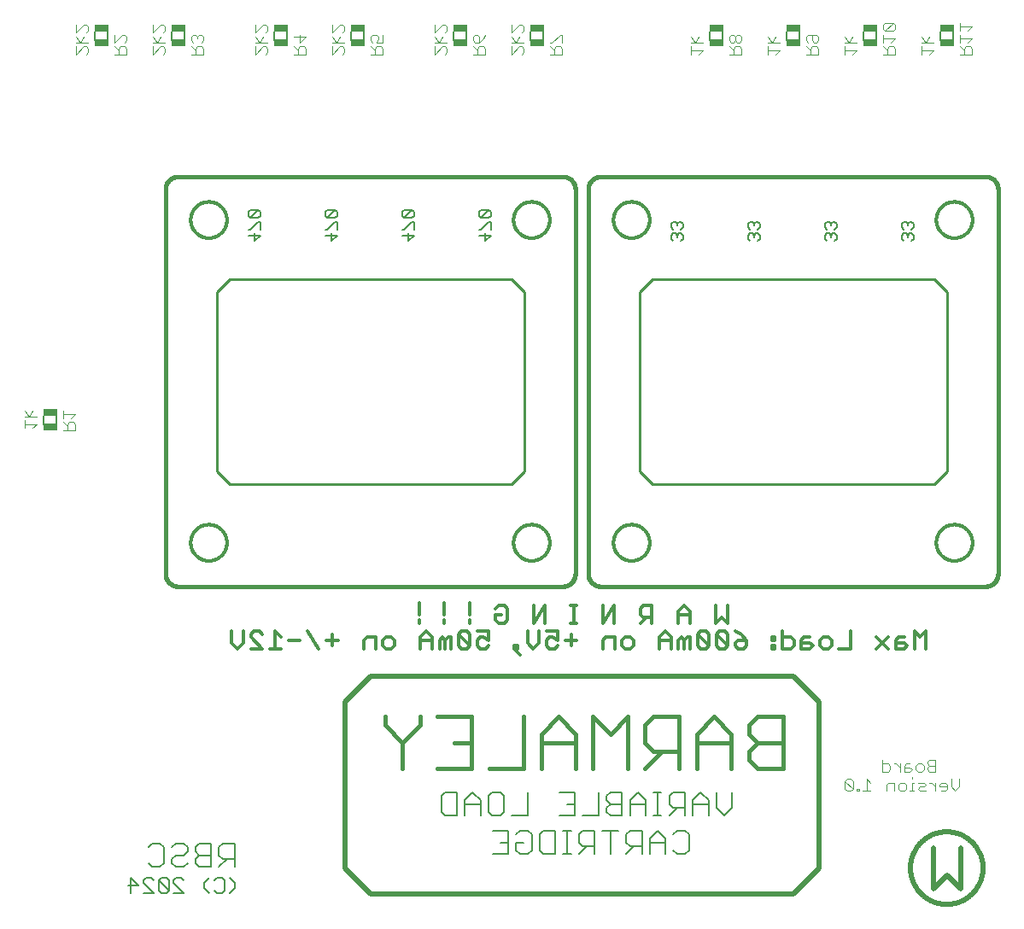
<source format=gbo>
G75*
%MOIN*%
%OFA0B0*%
%FSLAX25Y25*%
%IPPOS*%
%LPD*%
%AMOC8*
5,1,8,0,0,1.08239X$1,22.5*
%
%ADD10C,0.00400*%
%ADD11C,0.00500*%
%ADD12C,0.00800*%
%ADD13C,0.01800*%
%ADD14C,0.01200*%
%ADD15C,0.01600*%
%ADD16C,0.01000*%
%ADD17C,0.02000*%
%ADD18C,0.00600*%
%ADD19R,0.05512X0.02559*%
D10*
X0007200Y0251759D02*
X0007200Y0254829D01*
X0007200Y0256363D02*
X0011804Y0256363D01*
X0010269Y0258665D02*
X0008735Y0256363D01*
X0007200Y0258665D01*
X0007200Y0253294D02*
X0011804Y0253294D01*
X0010269Y0251759D01*
X0022200Y0250992D02*
X0026804Y0250992D01*
X0026804Y0253294D01*
X0026037Y0254061D01*
X0024502Y0254061D01*
X0023735Y0253294D01*
X0023735Y0250992D01*
X0023735Y0252527D02*
X0022200Y0254061D01*
X0022200Y0255596D02*
X0022200Y0258665D01*
X0022200Y0257131D02*
X0026804Y0257131D01*
X0025269Y0255596D01*
X0027200Y0397700D02*
X0030269Y0400769D01*
X0031037Y0400769D01*
X0031804Y0400002D01*
X0031804Y0398467D01*
X0031037Y0397700D01*
X0027200Y0397700D02*
X0027200Y0400769D01*
X0027200Y0402304D02*
X0031804Y0402304D01*
X0030269Y0404606D02*
X0028735Y0402304D01*
X0027200Y0404606D01*
X0027200Y0406141D02*
X0030269Y0409210D01*
X0031037Y0409210D01*
X0031804Y0408442D01*
X0031804Y0406908D01*
X0031037Y0406141D01*
X0027200Y0406141D02*
X0027200Y0409210D01*
X0042200Y0405373D02*
X0042200Y0402304D01*
X0045269Y0405373D01*
X0046037Y0405373D01*
X0046804Y0404606D01*
X0046804Y0403071D01*
X0046037Y0402304D01*
X0046037Y0400769D02*
X0044502Y0400769D01*
X0043735Y0400002D01*
X0043735Y0397700D01*
X0043735Y0399235D02*
X0042200Y0400769D01*
X0042200Y0397700D02*
X0046804Y0397700D01*
X0046804Y0400002D01*
X0046037Y0400769D01*
X0057200Y0400769D02*
X0057200Y0397700D01*
X0060269Y0400769D01*
X0061037Y0400769D01*
X0061804Y0400002D01*
X0061804Y0398467D01*
X0061037Y0397700D01*
X0061804Y0402304D02*
X0057200Y0402304D01*
X0058735Y0402304D02*
X0060269Y0404606D01*
X0061037Y0406141D02*
X0061804Y0406908D01*
X0061804Y0408442D01*
X0061037Y0409210D01*
X0060269Y0409210D01*
X0057200Y0406141D01*
X0057200Y0409210D01*
X0057200Y0404606D02*
X0058735Y0402304D01*
X0072200Y0403071D02*
X0072967Y0402304D01*
X0072200Y0403071D02*
X0072200Y0404606D01*
X0072967Y0405373D01*
X0073735Y0405373D01*
X0074502Y0404606D01*
X0074502Y0403839D01*
X0074502Y0404606D02*
X0075269Y0405373D01*
X0076037Y0405373D01*
X0076804Y0404606D01*
X0076804Y0403071D01*
X0076037Y0402304D01*
X0076037Y0400769D02*
X0074502Y0400769D01*
X0073735Y0400002D01*
X0073735Y0397700D01*
X0073735Y0399235D02*
X0072200Y0400769D01*
X0072200Y0397700D02*
X0076804Y0397700D01*
X0076804Y0400002D01*
X0076037Y0400769D01*
X0097200Y0400769D02*
X0097200Y0397700D01*
X0100269Y0400769D01*
X0101037Y0400769D01*
X0101804Y0400002D01*
X0101804Y0398467D01*
X0101037Y0397700D01*
X0101804Y0402304D02*
X0097200Y0402304D01*
X0098735Y0402304D02*
X0097200Y0404606D01*
X0097200Y0406141D02*
X0100269Y0409210D01*
X0101037Y0409210D01*
X0101804Y0408442D01*
X0101804Y0406908D01*
X0101037Y0406141D01*
X0100269Y0404606D02*
X0098735Y0402304D01*
X0097200Y0406141D02*
X0097200Y0409210D01*
X0112200Y0404606D02*
X0116804Y0404606D01*
X0114502Y0402304D01*
X0114502Y0405373D01*
X0114502Y0400769D02*
X0113735Y0400002D01*
X0113735Y0397700D01*
X0113735Y0399235D02*
X0112200Y0400769D01*
X0114502Y0400769D02*
X0116037Y0400769D01*
X0116804Y0400002D01*
X0116804Y0397700D01*
X0112200Y0397700D01*
X0127200Y0397700D02*
X0130269Y0400769D01*
X0131037Y0400769D01*
X0131804Y0400002D01*
X0131804Y0398467D01*
X0131037Y0397700D01*
X0127200Y0397700D02*
X0127200Y0400769D01*
X0127200Y0402304D02*
X0131804Y0402304D01*
X0130269Y0404606D02*
X0128735Y0402304D01*
X0127200Y0404606D01*
X0127200Y0406141D02*
X0130269Y0409210D01*
X0131037Y0409210D01*
X0131804Y0408442D01*
X0131804Y0406908D01*
X0131037Y0406141D01*
X0127200Y0406141D02*
X0127200Y0409210D01*
X0142200Y0404606D02*
X0142200Y0403071D01*
X0142967Y0402304D01*
X0144502Y0402304D02*
X0145269Y0403839D01*
X0145269Y0404606D01*
X0144502Y0405373D01*
X0142967Y0405373D01*
X0142200Y0404606D01*
X0144502Y0402304D02*
X0146804Y0402304D01*
X0146804Y0405373D01*
X0146037Y0400769D02*
X0144502Y0400769D01*
X0143735Y0400002D01*
X0143735Y0397700D01*
X0143735Y0399235D02*
X0142200Y0400769D01*
X0142200Y0397700D02*
X0146804Y0397700D01*
X0146804Y0400002D01*
X0146037Y0400769D01*
X0167200Y0400769D02*
X0167200Y0397700D01*
X0170269Y0400769D01*
X0171037Y0400769D01*
X0171804Y0400002D01*
X0171804Y0398467D01*
X0171037Y0397700D01*
X0171804Y0402304D02*
X0167200Y0402304D01*
X0168735Y0402304D02*
X0170269Y0404606D01*
X0171037Y0406141D02*
X0171804Y0406908D01*
X0171804Y0408442D01*
X0171037Y0409210D01*
X0170269Y0409210D01*
X0167200Y0406141D01*
X0167200Y0409210D01*
X0167200Y0404606D02*
X0168735Y0402304D01*
X0182200Y0403071D02*
X0182200Y0404606D01*
X0182967Y0405373D01*
X0183735Y0405373D01*
X0184502Y0404606D01*
X0184502Y0402304D01*
X0182967Y0402304D01*
X0182200Y0403071D01*
X0182200Y0400769D02*
X0183735Y0399235D01*
X0183735Y0400002D02*
X0183735Y0397700D01*
X0182200Y0397700D02*
X0186804Y0397700D01*
X0186804Y0400002D01*
X0186037Y0400769D01*
X0184502Y0400769D01*
X0183735Y0400002D01*
X0184502Y0402304D02*
X0186037Y0403839D01*
X0186804Y0405373D01*
X0197200Y0404606D02*
X0198735Y0402304D01*
X0200269Y0404606D01*
X0201037Y0406141D02*
X0201804Y0406908D01*
X0201804Y0408442D01*
X0201037Y0409210D01*
X0200269Y0409210D01*
X0197200Y0406141D01*
X0197200Y0409210D01*
X0197200Y0402304D02*
X0201804Y0402304D01*
X0201037Y0400769D02*
X0200269Y0400769D01*
X0197200Y0397700D01*
X0197200Y0400769D01*
X0201037Y0400769D02*
X0201804Y0400002D01*
X0201804Y0398467D01*
X0201037Y0397700D01*
X0212200Y0397700D02*
X0216804Y0397700D01*
X0216804Y0400002D01*
X0216037Y0400769D01*
X0214502Y0400769D01*
X0213735Y0400002D01*
X0213735Y0397700D01*
X0213735Y0399235D02*
X0212200Y0400769D01*
X0212200Y0402304D02*
X0212967Y0402304D01*
X0216037Y0405373D01*
X0216804Y0405373D01*
X0216804Y0402304D01*
X0267200Y0402304D02*
X0271804Y0402304D01*
X0270269Y0404606D02*
X0268735Y0402304D01*
X0267200Y0404606D01*
X0267200Y0400769D02*
X0267200Y0397700D01*
X0267200Y0399235D02*
X0271804Y0399235D01*
X0270269Y0397700D01*
X0282200Y0397700D02*
X0286804Y0397700D01*
X0286804Y0400002D01*
X0286037Y0400769D01*
X0284502Y0400769D01*
X0283735Y0400002D01*
X0283735Y0397700D01*
X0283735Y0399235D02*
X0282200Y0400769D01*
X0282967Y0402304D02*
X0283735Y0402304D01*
X0284502Y0403071D01*
X0284502Y0404606D01*
X0283735Y0405373D01*
X0282967Y0405373D01*
X0282200Y0404606D01*
X0282200Y0403071D01*
X0282967Y0402304D01*
X0284502Y0403071D02*
X0285269Y0402304D01*
X0286037Y0402304D01*
X0286804Y0403071D01*
X0286804Y0404606D01*
X0286037Y0405373D01*
X0285269Y0405373D01*
X0284502Y0404606D01*
X0297200Y0404606D02*
X0298735Y0402304D01*
X0300269Y0404606D01*
X0301804Y0402304D02*
X0297200Y0402304D01*
X0297200Y0400769D02*
X0297200Y0397700D01*
X0297200Y0399235D02*
X0301804Y0399235D01*
X0300269Y0397700D01*
X0312200Y0397700D02*
X0316804Y0397700D01*
X0316804Y0400002D01*
X0316037Y0400769D01*
X0314502Y0400769D01*
X0313735Y0400002D01*
X0313735Y0397700D01*
X0313735Y0399235D02*
X0312200Y0400769D01*
X0312967Y0402304D02*
X0312200Y0403071D01*
X0312200Y0404606D01*
X0312967Y0405373D01*
X0316037Y0405373D01*
X0316804Y0404606D01*
X0316804Y0403071D01*
X0316037Y0402304D01*
X0315269Y0402304D01*
X0314502Y0403071D01*
X0314502Y0405373D01*
X0327200Y0404606D02*
X0328735Y0402304D01*
X0330269Y0404606D01*
X0331804Y0402304D02*
X0327200Y0402304D01*
X0327200Y0400769D02*
X0327200Y0397700D01*
X0327200Y0399235D02*
X0331804Y0399235D01*
X0330269Y0397700D01*
X0342200Y0397700D02*
X0346804Y0397700D01*
X0346804Y0400002D01*
X0346037Y0400769D01*
X0344502Y0400769D01*
X0343735Y0400002D01*
X0343735Y0397700D01*
X0343735Y0399235D02*
X0342200Y0400769D01*
X0342200Y0402304D02*
X0342200Y0405373D01*
X0342200Y0403839D02*
X0346804Y0403839D01*
X0345269Y0402304D01*
X0346037Y0406908D02*
X0346804Y0407675D01*
X0346804Y0409210D01*
X0346037Y0409977D01*
X0342967Y0406908D01*
X0342200Y0407675D01*
X0342200Y0409210D01*
X0342967Y0409977D01*
X0346037Y0409977D01*
X0346037Y0406908D02*
X0342967Y0406908D01*
X0357200Y0404606D02*
X0358735Y0402304D01*
X0360269Y0404606D01*
X0361804Y0402304D02*
X0357200Y0402304D01*
X0357200Y0400769D02*
X0357200Y0397700D01*
X0357200Y0399235D02*
X0361804Y0399235D01*
X0360269Y0397700D01*
X0372200Y0397700D02*
X0376804Y0397700D01*
X0376804Y0400002D01*
X0376037Y0400769D01*
X0374502Y0400769D01*
X0373735Y0400002D01*
X0373735Y0397700D01*
X0373735Y0399235D02*
X0372200Y0400769D01*
X0372200Y0402304D02*
X0372200Y0405373D01*
X0372200Y0403839D02*
X0376804Y0403839D01*
X0375269Y0402304D01*
X0375269Y0406908D02*
X0376804Y0408442D01*
X0372200Y0408442D01*
X0372200Y0406908D02*
X0372200Y0409977D01*
X0362592Y0122304D02*
X0360290Y0122304D01*
X0359523Y0121537D01*
X0359523Y0120769D01*
X0360290Y0120002D01*
X0362592Y0120002D01*
X0360290Y0120002D02*
X0359523Y0119235D01*
X0359523Y0118467D01*
X0360290Y0117700D01*
X0362592Y0117700D01*
X0362592Y0122304D01*
X0357988Y0120002D02*
X0357988Y0118467D01*
X0357221Y0117700D01*
X0355686Y0117700D01*
X0354919Y0118467D01*
X0354919Y0120002D01*
X0355686Y0120769D01*
X0357221Y0120769D01*
X0357988Y0120002D01*
X0353384Y0118467D02*
X0352617Y0119235D01*
X0350315Y0119235D01*
X0350315Y0120002D02*
X0350315Y0117700D01*
X0352617Y0117700D01*
X0353384Y0118467D01*
X0352617Y0120769D02*
X0351082Y0120769D01*
X0350315Y0120002D01*
X0348780Y0120769D02*
X0348780Y0117700D01*
X0348780Y0119235D02*
X0347246Y0120769D01*
X0346478Y0120769D01*
X0344944Y0120002D02*
X0344176Y0120769D01*
X0341874Y0120769D01*
X0341874Y0122304D02*
X0341874Y0117700D01*
X0344176Y0117700D01*
X0344944Y0118467D01*
X0344944Y0120002D01*
X0344176Y0113269D02*
X0343409Y0112502D01*
X0343409Y0110200D01*
X0346478Y0110200D02*
X0346478Y0113269D01*
X0344176Y0113269D01*
X0348013Y0112502D02*
X0348013Y0110967D01*
X0348780Y0110200D01*
X0350315Y0110200D01*
X0351082Y0110967D01*
X0351082Y0112502D01*
X0350315Y0113269D01*
X0348780Y0113269D01*
X0348013Y0112502D01*
X0352617Y0110200D02*
X0354152Y0110200D01*
X0353384Y0110200D02*
X0353384Y0113269D01*
X0354152Y0113269D01*
X0355686Y0113269D02*
X0357988Y0113269D01*
X0358756Y0112502D01*
X0357988Y0111735D01*
X0356454Y0111735D01*
X0355686Y0110967D01*
X0356454Y0110200D01*
X0358756Y0110200D01*
X0360290Y0113269D02*
X0361058Y0113269D01*
X0362592Y0111735D01*
X0362592Y0113269D02*
X0362592Y0110200D01*
X0364127Y0111735D02*
X0367196Y0111735D01*
X0367196Y0112502D02*
X0367196Y0110967D01*
X0366429Y0110200D01*
X0364894Y0110200D01*
X0364127Y0111735D02*
X0364127Y0112502D01*
X0364894Y0113269D01*
X0366429Y0113269D01*
X0367196Y0112502D01*
X0368731Y0111735D02*
X0368731Y0114804D01*
X0371800Y0114804D02*
X0371800Y0111735D01*
X0370265Y0110200D01*
X0368731Y0111735D01*
X0353384Y0114804D02*
X0353384Y0115571D01*
X0337271Y0113269D02*
X0335736Y0114804D01*
X0335736Y0110200D01*
X0337271Y0110200D02*
X0334201Y0110200D01*
X0332667Y0110200D02*
X0331899Y0110200D01*
X0331899Y0110967D01*
X0332667Y0110967D01*
X0332667Y0110200D01*
X0330365Y0110967D02*
X0327295Y0114037D01*
X0327295Y0110967D01*
X0328063Y0110200D01*
X0329597Y0110200D01*
X0330365Y0110967D01*
X0330365Y0114037D01*
X0329597Y0114804D01*
X0328063Y0114804D01*
X0327295Y0114037D01*
D11*
X0048342Y0076255D02*
X0048342Y0070250D01*
X0047341Y0073253D02*
X0051344Y0073253D01*
X0048342Y0076255D01*
X0053326Y0075254D02*
X0054327Y0076255D01*
X0056329Y0076255D01*
X0057329Y0075254D01*
X0059311Y0075254D02*
X0059311Y0071251D01*
X0060312Y0070250D01*
X0062314Y0070250D01*
X0063315Y0071251D01*
X0059311Y0075254D01*
X0060312Y0076255D01*
X0062314Y0076255D01*
X0063315Y0075254D01*
X0063315Y0071251D01*
X0065296Y0070250D02*
X0069300Y0070250D01*
X0065296Y0074253D01*
X0065296Y0075254D01*
X0066297Y0076255D01*
X0068299Y0076255D01*
X0069300Y0075254D01*
X0077273Y0074253D02*
X0077273Y0072252D01*
X0079275Y0070250D01*
X0081257Y0071251D02*
X0082257Y0070250D01*
X0084259Y0070250D01*
X0085260Y0071251D01*
X0085260Y0075254D01*
X0084259Y0076255D01*
X0082257Y0076255D01*
X0081257Y0075254D01*
X0079275Y0076255D02*
X0077273Y0074253D01*
X0087248Y0076255D02*
X0089250Y0074253D01*
X0089250Y0072252D01*
X0087248Y0070250D01*
X0057329Y0070250D02*
X0053326Y0074253D01*
X0053326Y0075254D01*
X0053326Y0070250D02*
X0057329Y0070250D01*
X0096802Y0324750D02*
X0096802Y0327753D01*
X0095301Y0329354D02*
X0094550Y0329354D01*
X0095301Y0329354D02*
X0098303Y0332356D01*
X0099054Y0332356D01*
X0099054Y0329354D01*
X0099054Y0327002D02*
X0096802Y0324750D01*
X0094550Y0327002D02*
X0099054Y0327002D01*
X0098303Y0333958D02*
X0099054Y0334708D01*
X0099054Y0336210D01*
X0098303Y0336960D01*
X0095301Y0333958D01*
X0094550Y0334708D01*
X0094550Y0336210D01*
X0095301Y0336960D01*
X0098303Y0336960D01*
X0098303Y0333958D02*
X0095301Y0333958D01*
X0124550Y0334708D02*
X0125301Y0333958D01*
X0128303Y0336960D01*
X0125301Y0336960D01*
X0124550Y0336210D01*
X0124550Y0334708D01*
X0125301Y0333958D02*
X0128303Y0333958D01*
X0129054Y0334708D01*
X0129054Y0336210D01*
X0128303Y0336960D01*
X0128303Y0332356D02*
X0125301Y0329354D01*
X0124550Y0329354D01*
X0124550Y0327002D02*
X0129054Y0327002D01*
X0126802Y0324750D01*
X0126802Y0327753D01*
X0129054Y0329354D02*
X0129054Y0332356D01*
X0128303Y0332356D01*
X0154550Y0334708D02*
X0155301Y0333958D01*
X0158303Y0336960D01*
X0155301Y0336960D01*
X0154550Y0336210D01*
X0154550Y0334708D01*
X0155301Y0333958D02*
X0158303Y0333958D01*
X0159054Y0334708D01*
X0159054Y0336210D01*
X0158303Y0336960D01*
X0158303Y0332356D02*
X0155301Y0329354D01*
X0154550Y0329354D01*
X0154550Y0327002D02*
X0159054Y0327002D01*
X0156802Y0324750D01*
X0156802Y0327753D01*
X0159054Y0329354D02*
X0159054Y0332356D01*
X0158303Y0332356D01*
X0184550Y0334708D02*
X0185301Y0333958D01*
X0188303Y0336960D01*
X0185301Y0336960D01*
X0184550Y0336210D01*
X0184550Y0334708D01*
X0185301Y0333958D02*
X0188303Y0333958D01*
X0189054Y0334708D01*
X0189054Y0336210D01*
X0188303Y0336960D01*
X0188303Y0332356D02*
X0185301Y0329354D01*
X0184550Y0329354D01*
X0184550Y0327002D02*
X0189054Y0327002D01*
X0186802Y0324750D01*
X0186802Y0327753D01*
X0189054Y0329354D02*
X0189054Y0332356D01*
X0188303Y0332356D01*
X0259550Y0331606D02*
X0259550Y0330105D01*
X0260301Y0329354D01*
X0260301Y0327753D02*
X0259550Y0327002D01*
X0259550Y0325501D01*
X0260301Y0324750D01*
X0261802Y0326251D02*
X0261802Y0327002D01*
X0261051Y0327753D01*
X0260301Y0327753D01*
X0261802Y0327002D02*
X0262553Y0327753D01*
X0263303Y0327753D01*
X0264054Y0327002D01*
X0264054Y0325501D01*
X0263303Y0324750D01*
X0263303Y0329354D02*
X0264054Y0330105D01*
X0264054Y0331606D01*
X0263303Y0332356D01*
X0262553Y0332356D01*
X0261802Y0331606D01*
X0261051Y0332356D01*
X0260301Y0332356D01*
X0259550Y0331606D01*
X0261802Y0331606D02*
X0261802Y0330855D01*
X0289550Y0330105D02*
X0290301Y0329354D01*
X0289550Y0330105D02*
X0289550Y0331606D01*
X0290301Y0332356D01*
X0291051Y0332356D01*
X0291802Y0331606D01*
X0291802Y0330855D01*
X0291802Y0331606D02*
X0292553Y0332356D01*
X0293303Y0332356D01*
X0294054Y0331606D01*
X0294054Y0330105D01*
X0293303Y0329354D01*
X0293303Y0327753D02*
X0292553Y0327753D01*
X0291802Y0327002D01*
X0291051Y0327753D01*
X0290301Y0327753D01*
X0289550Y0327002D01*
X0289550Y0325501D01*
X0290301Y0324750D01*
X0291802Y0326251D02*
X0291802Y0327002D01*
X0293303Y0327753D02*
X0294054Y0327002D01*
X0294054Y0325501D01*
X0293303Y0324750D01*
X0319550Y0325501D02*
X0320301Y0324750D01*
X0319550Y0325501D02*
X0319550Y0327002D01*
X0320301Y0327753D01*
X0321051Y0327753D01*
X0321802Y0327002D01*
X0321802Y0326251D01*
X0321802Y0327002D02*
X0322553Y0327753D01*
X0323303Y0327753D01*
X0324054Y0327002D01*
X0324054Y0325501D01*
X0323303Y0324750D01*
X0323303Y0329354D02*
X0324054Y0330105D01*
X0324054Y0331606D01*
X0323303Y0332356D01*
X0322553Y0332356D01*
X0321802Y0331606D01*
X0321051Y0332356D01*
X0320301Y0332356D01*
X0319550Y0331606D01*
X0319550Y0330105D01*
X0320301Y0329354D01*
X0321802Y0330855D02*
X0321802Y0331606D01*
X0349550Y0331606D02*
X0349550Y0330105D01*
X0350301Y0329354D01*
X0350301Y0327753D02*
X0349550Y0327002D01*
X0349550Y0325501D01*
X0350301Y0324750D01*
X0351802Y0326251D02*
X0351802Y0327002D01*
X0351051Y0327753D01*
X0350301Y0327753D01*
X0351802Y0327002D02*
X0352553Y0327753D01*
X0353303Y0327753D01*
X0354054Y0327002D01*
X0354054Y0325501D01*
X0353303Y0324750D01*
X0353303Y0329354D02*
X0354054Y0330105D01*
X0354054Y0331606D01*
X0353303Y0332356D01*
X0352553Y0332356D01*
X0351802Y0331606D01*
X0351051Y0332356D01*
X0350301Y0332356D01*
X0349550Y0331606D01*
X0351802Y0331606D02*
X0351802Y0330855D01*
D12*
X0283233Y0109608D02*
X0283233Y0103469D01*
X0280164Y0100400D01*
X0277094Y0103469D01*
X0277094Y0109608D01*
X0274025Y0106539D02*
X0270956Y0109608D01*
X0267887Y0106539D01*
X0267887Y0100400D01*
X0264817Y0100400D02*
X0264817Y0109608D01*
X0260213Y0109608D01*
X0258679Y0108073D01*
X0258679Y0105004D01*
X0260213Y0103469D01*
X0264817Y0103469D01*
X0261748Y0103469D02*
X0258679Y0100400D01*
X0255609Y0100400D02*
X0252540Y0100400D01*
X0254075Y0100400D02*
X0254075Y0109608D01*
X0255609Y0109608D02*
X0252540Y0109608D01*
X0249471Y0106539D02*
X0246402Y0109608D01*
X0243332Y0106539D01*
X0243332Y0100400D01*
X0240263Y0100400D02*
X0235659Y0100400D01*
X0234124Y0101935D01*
X0234124Y0103469D01*
X0235659Y0105004D01*
X0240263Y0105004D01*
X0243332Y0105004D02*
X0249471Y0105004D01*
X0249471Y0106539D02*
X0249471Y0100400D01*
X0247986Y0094608D02*
X0243382Y0094608D01*
X0241847Y0093073D01*
X0241847Y0090004D01*
X0243382Y0088469D01*
X0247986Y0088469D01*
X0247986Y0085400D02*
X0247986Y0094608D01*
X0251055Y0091539D02*
X0251055Y0085400D01*
X0251055Y0090004D02*
X0257194Y0090004D01*
X0257194Y0091539D02*
X0254124Y0094608D01*
X0251055Y0091539D01*
X0244917Y0088469D02*
X0241847Y0085400D01*
X0235709Y0085400D02*
X0235709Y0094608D01*
X0238778Y0094608D02*
X0232639Y0094608D01*
X0229570Y0094608D02*
X0224966Y0094608D01*
X0223432Y0093073D01*
X0223432Y0090004D01*
X0224966Y0088469D01*
X0229570Y0088469D01*
X0229570Y0085400D02*
X0229570Y0094608D01*
X0226501Y0088469D02*
X0223432Y0085400D01*
X0220362Y0085400D02*
X0217293Y0085400D01*
X0218828Y0085400D02*
X0218828Y0094608D01*
X0220362Y0094608D02*
X0217293Y0094608D01*
X0214224Y0094608D02*
X0209620Y0094608D01*
X0208085Y0093073D01*
X0208085Y0086935D01*
X0209620Y0085400D01*
X0214224Y0085400D01*
X0214224Y0094608D01*
X0215709Y0100400D02*
X0221847Y0100400D01*
X0221847Y0109608D01*
X0215709Y0109608D01*
X0218778Y0105004D02*
X0221847Y0105004D01*
X0224917Y0100400D02*
X0231055Y0100400D01*
X0231055Y0109608D01*
X0234124Y0108073D02*
X0234124Y0106539D01*
X0235659Y0105004D01*
X0234124Y0108073D02*
X0235659Y0109608D01*
X0240263Y0109608D01*
X0240263Y0100400D01*
X0257194Y0091539D02*
X0257194Y0085400D01*
X0260263Y0086935D02*
X0261798Y0085400D01*
X0264867Y0085400D01*
X0266402Y0086935D01*
X0266402Y0093073D01*
X0264867Y0094608D01*
X0261798Y0094608D01*
X0260263Y0093073D01*
X0267887Y0105004D02*
X0274025Y0105004D01*
X0274025Y0106539D02*
X0274025Y0100400D01*
X0205016Y0093073D02*
X0205016Y0086935D01*
X0203481Y0085400D01*
X0200412Y0085400D01*
X0198877Y0086935D01*
X0198877Y0090004D01*
X0201947Y0090004D01*
X0205016Y0093073D02*
X0203481Y0094608D01*
X0200412Y0094608D01*
X0198877Y0093073D01*
X0195808Y0094608D02*
X0195808Y0085400D01*
X0189669Y0085400D01*
X0192739Y0090004D02*
X0195808Y0090004D01*
X0195808Y0094608D02*
X0189669Y0094608D01*
X0189620Y0100400D02*
X0188085Y0101935D01*
X0188085Y0108073D01*
X0189620Y0109608D01*
X0192689Y0109608D01*
X0194224Y0108073D01*
X0194224Y0101935D01*
X0192689Y0100400D01*
X0189620Y0100400D01*
X0185016Y0100400D02*
X0185016Y0106539D01*
X0181947Y0109608D01*
X0178877Y0106539D01*
X0178877Y0100400D01*
X0175808Y0100400D02*
X0171204Y0100400D01*
X0169669Y0101935D01*
X0169669Y0108073D01*
X0171204Y0109608D01*
X0175808Y0109608D01*
X0175808Y0100400D01*
X0178877Y0105004D02*
X0185016Y0105004D01*
X0197293Y0100400D02*
X0203432Y0100400D01*
X0203432Y0109608D01*
X0089100Y0089608D02*
X0089100Y0080400D01*
X0089100Y0083469D02*
X0084496Y0083469D01*
X0082961Y0085004D01*
X0082961Y0088073D01*
X0084496Y0089608D01*
X0089100Y0089608D01*
X0086031Y0083469D02*
X0082961Y0080400D01*
X0079892Y0080400D02*
X0075288Y0080400D01*
X0073754Y0081935D01*
X0073754Y0083469D01*
X0075288Y0085004D01*
X0079892Y0085004D01*
X0075288Y0085004D02*
X0073754Y0086539D01*
X0073754Y0088073D01*
X0075288Y0089608D01*
X0079892Y0089608D01*
X0079892Y0080400D01*
X0070684Y0081935D02*
X0069150Y0080400D01*
X0066080Y0080400D01*
X0064546Y0081935D01*
X0064546Y0083469D01*
X0066080Y0085004D01*
X0069150Y0085004D01*
X0070684Y0086539D01*
X0070684Y0088073D01*
X0069150Y0089608D01*
X0066080Y0089608D01*
X0064546Y0088073D01*
X0061476Y0088073D02*
X0061476Y0081935D01*
X0059942Y0080400D01*
X0056872Y0080400D01*
X0055338Y0081935D01*
X0055338Y0088073D02*
X0056872Y0089608D01*
X0059942Y0089608D01*
X0061476Y0088073D01*
D13*
X0147879Y0135748D02*
X0147879Y0139117D01*
X0147879Y0135748D02*
X0154618Y0129009D01*
X0154618Y0118900D01*
X0154618Y0129009D02*
X0161357Y0135748D01*
X0161357Y0139117D01*
X0168136Y0139117D02*
X0181615Y0139117D01*
X0181615Y0118900D01*
X0168136Y0118900D01*
X0174876Y0129009D02*
X0181615Y0129009D01*
X0188394Y0118900D02*
X0201872Y0118900D01*
X0201872Y0139117D01*
X0208651Y0132378D02*
X0208651Y0118900D01*
X0208651Y0129009D02*
X0222129Y0129009D01*
X0222129Y0132378D02*
X0215390Y0139117D01*
X0208651Y0132378D01*
X0222129Y0132378D02*
X0222129Y0118900D01*
X0228908Y0118900D02*
X0228908Y0139117D01*
X0235647Y0132378D01*
X0242387Y0139117D01*
X0242387Y0118900D01*
X0249166Y0118900D02*
X0255905Y0125639D01*
X0252535Y0125639D02*
X0262644Y0125639D01*
X0262644Y0118900D02*
X0262644Y0139117D01*
X0252535Y0139117D01*
X0249166Y0135748D01*
X0249166Y0129009D01*
X0252535Y0125639D01*
X0269423Y0129009D02*
X0282901Y0129009D01*
X0282901Y0132378D02*
X0276162Y0139117D01*
X0269423Y0132378D01*
X0269423Y0118900D01*
X0282901Y0118900D02*
X0282901Y0132378D01*
X0289680Y0132378D02*
X0293050Y0129009D01*
X0303159Y0129009D01*
X0303159Y0139117D02*
X0303159Y0118900D01*
X0293050Y0118900D01*
X0289680Y0122270D01*
X0289680Y0125639D01*
X0293050Y0129009D01*
X0289680Y0132378D02*
X0289680Y0135748D01*
X0293050Y0139117D01*
X0303159Y0139117D01*
D14*
X0302799Y0165600D02*
X0306202Y0165600D01*
X0307336Y0166734D01*
X0307336Y0169003D01*
X0306202Y0170137D01*
X0302799Y0170137D01*
X0302799Y0172406D02*
X0302799Y0165600D01*
X0299970Y0165600D02*
X0299970Y0166734D01*
X0298835Y0166734D01*
X0298835Y0165600D01*
X0299970Y0165600D01*
X0299970Y0169003D02*
X0298835Y0169003D01*
X0298835Y0170137D01*
X0299970Y0170137D01*
X0299970Y0169003D01*
X0310165Y0169003D02*
X0310165Y0165600D01*
X0313568Y0165600D01*
X0314702Y0166734D01*
X0313568Y0167869D01*
X0310165Y0167869D01*
X0310165Y0169003D02*
X0311299Y0170137D01*
X0313568Y0170137D01*
X0317531Y0169003D02*
X0317531Y0166734D01*
X0318666Y0165600D01*
X0320934Y0165600D01*
X0322069Y0166734D01*
X0322069Y0169003D01*
X0320934Y0170137D01*
X0318666Y0170137D01*
X0317531Y0169003D01*
X0324898Y0165600D02*
X0329435Y0165600D01*
X0329435Y0172406D01*
X0339630Y0170137D02*
X0344167Y0165600D01*
X0346997Y0165600D02*
X0346997Y0169003D01*
X0348131Y0170137D01*
X0350399Y0170137D01*
X0350399Y0167869D02*
X0346997Y0167869D01*
X0346997Y0165600D02*
X0350399Y0165600D01*
X0351534Y0166734D01*
X0350399Y0167869D01*
X0354363Y0165600D02*
X0354363Y0172406D01*
X0356631Y0170137D01*
X0358900Y0172406D01*
X0358900Y0165600D01*
X0344167Y0170137D02*
X0339630Y0165600D01*
X0362929Y0207000D02*
X0362931Y0207174D01*
X0362938Y0207347D01*
X0362948Y0207520D01*
X0362963Y0207693D01*
X0362982Y0207866D01*
X0363006Y0208038D01*
X0363033Y0208209D01*
X0363065Y0208379D01*
X0363101Y0208549D01*
X0363141Y0208718D01*
X0363185Y0208886D01*
X0363233Y0209053D01*
X0363286Y0209218D01*
X0363342Y0209382D01*
X0363403Y0209545D01*
X0363467Y0209706D01*
X0363536Y0209865D01*
X0363608Y0210023D01*
X0363684Y0210179D01*
X0363764Y0210333D01*
X0363848Y0210485D01*
X0363935Y0210635D01*
X0364026Y0210783D01*
X0364121Y0210928D01*
X0364219Y0211072D01*
X0364321Y0211212D01*
X0364426Y0211350D01*
X0364534Y0211486D01*
X0364646Y0211619D01*
X0364761Y0211749D01*
X0364879Y0211876D01*
X0365000Y0212000D01*
X0365124Y0212121D01*
X0365251Y0212239D01*
X0365381Y0212354D01*
X0365514Y0212466D01*
X0365650Y0212574D01*
X0365788Y0212679D01*
X0365928Y0212781D01*
X0366072Y0212879D01*
X0366217Y0212974D01*
X0366365Y0213065D01*
X0366515Y0213152D01*
X0366667Y0213236D01*
X0366821Y0213316D01*
X0366977Y0213392D01*
X0367135Y0213464D01*
X0367294Y0213533D01*
X0367455Y0213597D01*
X0367618Y0213658D01*
X0367782Y0213714D01*
X0367947Y0213767D01*
X0368114Y0213815D01*
X0368282Y0213859D01*
X0368451Y0213899D01*
X0368621Y0213935D01*
X0368791Y0213967D01*
X0368962Y0213994D01*
X0369134Y0214018D01*
X0369307Y0214037D01*
X0369480Y0214052D01*
X0369653Y0214062D01*
X0369826Y0214069D01*
X0370000Y0214071D01*
X0370174Y0214069D01*
X0370347Y0214062D01*
X0370520Y0214052D01*
X0370693Y0214037D01*
X0370866Y0214018D01*
X0371038Y0213994D01*
X0371209Y0213967D01*
X0371379Y0213935D01*
X0371549Y0213899D01*
X0371718Y0213859D01*
X0371886Y0213815D01*
X0372053Y0213767D01*
X0372218Y0213714D01*
X0372382Y0213658D01*
X0372545Y0213597D01*
X0372706Y0213533D01*
X0372865Y0213464D01*
X0373023Y0213392D01*
X0373179Y0213316D01*
X0373333Y0213236D01*
X0373485Y0213152D01*
X0373635Y0213065D01*
X0373783Y0212974D01*
X0373928Y0212879D01*
X0374072Y0212781D01*
X0374212Y0212679D01*
X0374350Y0212574D01*
X0374486Y0212466D01*
X0374619Y0212354D01*
X0374749Y0212239D01*
X0374876Y0212121D01*
X0375000Y0212000D01*
X0375121Y0211876D01*
X0375239Y0211749D01*
X0375354Y0211619D01*
X0375466Y0211486D01*
X0375574Y0211350D01*
X0375679Y0211212D01*
X0375781Y0211072D01*
X0375879Y0210928D01*
X0375974Y0210783D01*
X0376065Y0210635D01*
X0376152Y0210485D01*
X0376236Y0210333D01*
X0376316Y0210179D01*
X0376392Y0210023D01*
X0376464Y0209865D01*
X0376533Y0209706D01*
X0376597Y0209545D01*
X0376658Y0209382D01*
X0376714Y0209218D01*
X0376767Y0209053D01*
X0376815Y0208886D01*
X0376859Y0208718D01*
X0376899Y0208549D01*
X0376935Y0208379D01*
X0376967Y0208209D01*
X0376994Y0208038D01*
X0377018Y0207866D01*
X0377037Y0207693D01*
X0377052Y0207520D01*
X0377062Y0207347D01*
X0377069Y0207174D01*
X0377071Y0207000D01*
X0377069Y0206826D01*
X0377062Y0206653D01*
X0377052Y0206480D01*
X0377037Y0206307D01*
X0377018Y0206134D01*
X0376994Y0205962D01*
X0376967Y0205791D01*
X0376935Y0205621D01*
X0376899Y0205451D01*
X0376859Y0205282D01*
X0376815Y0205114D01*
X0376767Y0204947D01*
X0376714Y0204782D01*
X0376658Y0204618D01*
X0376597Y0204455D01*
X0376533Y0204294D01*
X0376464Y0204135D01*
X0376392Y0203977D01*
X0376316Y0203821D01*
X0376236Y0203667D01*
X0376152Y0203515D01*
X0376065Y0203365D01*
X0375974Y0203217D01*
X0375879Y0203072D01*
X0375781Y0202928D01*
X0375679Y0202788D01*
X0375574Y0202650D01*
X0375466Y0202514D01*
X0375354Y0202381D01*
X0375239Y0202251D01*
X0375121Y0202124D01*
X0375000Y0202000D01*
X0374876Y0201879D01*
X0374749Y0201761D01*
X0374619Y0201646D01*
X0374486Y0201534D01*
X0374350Y0201426D01*
X0374212Y0201321D01*
X0374072Y0201219D01*
X0373928Y0201121D01*
X0373783Y0201026D01*
X0373635Y0200935D01*
X0373485Y0200848D01*
X0373333Y0200764D01*
X0373179Y0200684D01*
X0373023Y0200608D01*
X0372865Y0200536D01*
X0372706Y0200467D01*
X0372545Y0200403D01*
X0372382Y0200342D01*
X0372218Y0200286D01*
X0372053Y0200233D01*
X0371886Y0200185D01*
X0371718Y0200141D01*
X0371549Y0200101D01*
X0371379Y0200065D01*
X0371209Y0200033D01*
X0371038Y0200006D01*
X0370866Y0199982D01*
X0370693Y0199963D01*
X0370520Y0199948D01*
X0370347Y0199938D01*
X0370174Y0199931D01*
X0370000Y0199929D01*
X0369826Y0199931D01*
X0369653Y0199938D01*
X0369480Y0199948D01*
X0369307Y0199963D01*
X0369134Y0199982D01*
X0368962Y0200006D01*
X0368791Y0200033D01*
X0368621Y0200065D01*
X0368451Y0200101D01*
X0368282Y0200141D01*
X0368114Y0200185D01*
X0367947Y0200233D01*
X0367782Y0200286D01*
X0367618Y0200342D01*
X0367455Y0200403D01*
X0367294Y0200467D01*
X0367135Y0200536D01*
X0366977Y0200608D01*
X0366821Y0200684D01*
X0366667Y0200764D01*
X0366515Y0200848D01*
X0366365Y0200935D01*
X0366217Y0201026D01*
X0366072Y0201121D01*
X0365928Y0201219D01*
X0365788Y0201321D01*
X0365650Y0201426D01*
X0365514Y0201534D01*
X0365381Y0201646D01*
X0365251Y0201761D01*
X0365124Y0201879D01*
X0365000Y0202000D01*
X0364879Y0202124D01*
X0364761Y0202251D01*
X0364646Y0202381D01*
X0364534Y0202514D01*
X0364426Y0202650D01*
X0364321Y0202788D01*
X0364219Y0202928D01*
X0364121Y0203072D01*
X0364026Y0203217D01*
X0363935Y0203365D01*
X0363848Y0203515D01*
X0363764Y0203667D01*
X0363684Y0203821D01*
X0363608Y0203977D01*
X0363536Y0204135D01*
X0363467Y0204294D01*
X0363403Y0204455D01*
X0363342Y0204618D01*
X0363286Y0204782D01*
X0363233Y0204947D01*
X0363185Y0205114D01*
X0363141Y0205282D01*
X0363101Y0205451D01*
X0363065Y0205621D01*
X0363033Y0205791D01*
X0363006Y0205962D01*
X0362982Y0206134D01*
X0362963Y0206307D01*
X0362948Y0206480D01*
X0362938Y0206653D01*
X0362931Y0206826D01*
X0362929Y0207000D01*
X0288920Y0169003D02*
X0288920Y0166734D01*
X0287786Y0165600D01*
X0285517Y0165600D01*
X0284383Y0166734D01*
X0284383Y0167869D01*
X0285517Y0169003D01*
X0288920Y0169003D01*
X0286652Y0171272D01*
X0284383Y0172406D01*
X0281554Y0171272D02*
X0281554Y0166734D01*
X0277017Y0171272D01*
X0277017Y0166734D01*
X0278151Y0165600D01*
X0280420Y0165600D01*
X0281554Y0166734D01*
X0281554Y0171272D02*
X0280420Y0172406D01*
X0278151Y0172406D01*
X0277017Y0171272D01*
X0274188Y0171272D02*
X0274188Y0166734D01*
X0269650Y0171272D01*
X0269650Y0166734D01*
X0270785Y0165600D01*
X0273053Y0165600D01*
X0274188Y0166734D01*
X0274188Y0171272D02*
X0273053Y0172406D01*
X0270785Y0172406D01*
X0269650Y0171272D01*
X0266821Y0170137D02*
X0266821Y0165600D01*
X0264553Y0165600D02*
X0264553Y0169003D01*
X0263418Y0170137D01*
X0262284Y0169003D01*
X0262284Y0165600D01*
X0259455Y0165600D02*
X0259455Y0170137D01*
X0257186Y0172406D01*
X0254918Y0170137D01*
X0254918Y0165600D01*
X0254918Y0169003D02*
X0259455Y0169003D01*
X0262130Y0175600D02*
X0262130Y0180137D01*
X0264399Y0182406D01*
X0266667Y0180137D01*
X0266667Y0175600D01*
X0266667Y0179003D02*
X0262130Y0179003D01*
X0265687Y0170137D02*
X0264553Y0169003D01*
X0265687Y0170137D02*
X0266821Y0170137D01*
X0276863Y0175600D02*
X0276863Y0182406D01*
X0281400Y0182406D02*
X0281400Y0175600D01*
X0279131Y0177869D01*
X0276863Y0175600D01*
X0251935Y0175600D02*
X0251935Y0182406D01*
X0248532Y0182406D01*
X0247398Y0181272D01*
X0247398Y0179003D01*
X0248532Y0177869D01*
X0251935Y0177869D01*
X0249666Y0177869D02*
X0247398Y0175600D01*
X0243588Y0170137D02*
X0244723Y0169003D01*
X0244723Y0166734D01*
X0243588Y0165600D01*
X0241320Y0165600D01*
X0240185Y0166734D01*
X0240185Y0169003D01*
X0241320Y0170137D01*
X0243588Y0170137D01*
X0237356Y0170137D02*
X0237356Y0165600D01*
X0232819Y0165600D02*
X0232819Y0169003D01*
X0233953Y0170137D01*
X0237356Y0170137D01*
X0237202Y0175600D02*
X0237202Y0182406D01*
X0232665Y0175600D01*
X0232665Y0182406D01*
X0222470Y0182406D02*
X0220201Y0182406D01*
X0221335Y0182406D02*
X0221335Y0175600D01*
X0220201Y0175600D02*
X0222470Y0175600D01*
X0220355Y0171272D02*
X0220355Y0166734D01*
X0222624Y0169003D02*
X0218086Y0169003D01*
X0215257Y0169003D02*
X0212989Y0170137D01*
X0211854Y0170137D01*
X0210720Y0169003D01*
X0210720Y0166734D01*
X0211854Y0165600D01*
X0214123Y0165600D01*
X0215257Y0166734D01*
X0215257Y0169003D02*
X0215257Y0172406D01*
X0210720Y0172406D01*
X0207891Y0172406D02*
X0207891Y0167869D01*
X0205622Y0165600D01*
X0203354Y0167869D01*
X0203354Y0172406D01*
X0205655Y0175600D02*
X0205655Y0182406D01*
X0210193Y0182406D02*
X0205655Y0175600D01*
X0210193Y0175600D02*
X0210193Y0182406D01*
X0195460Y0181272D02*
X0195460Y0176734D01*
X0194326Y0175600D01*
X0192057Y0175600D01*
X0190923Y0176734D01*
X0190923Y0179003D01*
X0193191Y0179003D01*
X0190923Y0181272D02*
X0192057Y0182406D01*
X0194326Y0182406D01*
X0195460Y0181272D01*
X0188248Y0172406D02*
X0188248Y0169003D01*
X0185979Y0170137D01*
X0184845Y0170137D01*
X0183710Y0169003D01*
X0183710Y0166734D01*
X0184845Y0165600D01*
X0187113Y0165600D01*
X0188248Y0166734D01*
X0188248Y0172406D02*
X0183710Y0172406D01*
X0180881Y0171272D02*
X0180881Y0166734D01*
X0176344Y0171272D01*
X0176344Y0166734D01*
X0177478Y0165600D01*
X0179747Y0165600D01*
X0180881Y0166734D01*
X0180881Y0171272D02*
X0179747Y0172406D01*
X0177478Y0172406D01*
X0176344Y0171272D01*
X0173515Y0170137D02*
X0172381Y0170137D01*
X0171246Y0169003D01*
X0170112Y0170137D01*
X0168978Y0169003D01*
X0168978Y0165600D01*
X0171246Y0165600D02*
X0171246Y0169003D01*
X0173515Y0170137D02*
X0173515Y0165600D01*
X0166149Y0165600D02*
X0166149Y0170137D01*
X0163880Y0172406D01*
X0161612Y0170137D01*
X0161612Y0165600D01*
X0161612Y0169003D02*
X0166149Y0169003D01*
X0170906Y0175600D02*
X0170906Y0176734D01*
X0170906Y0179003D02*
X0170906Y0183540D01*
X0180727Y0183540D02*
X0180727Y0179003D01*
X0180727Y0176734D02*
X0180727Y0175600D01*
X0161084Y0175600D02*
X0161084Y0176734D01*
X0161084Y0179003D02*
X0161084Y0183540D01*
X0150282Y0170137D02*
X0148013Y0170137D01*
X0146879Y0169003D01*
X0146879Y0166734D01*
X0148013Y0165600D01*
X0150282Y0165600D01*
X0151416Y0166734D01*
X0151416Y0169003D01*
X0150282Y0170137D01*
X0144050Y0170137D02*
X0144050Y0165600D01*
X0144050Y0170137D02*
X0140647Y0170137D01*
X0139513Y0169003D01*
X0139513Y0165600D01*
X0129317Y0169003D02*
X0124780Y0169003D01*
X0127049Y0171272D02*
X0127049Y0166734D01*
X0121951Y0165600D02*
X0117414Y0172406D01*
X0114585Y0169003D02*
X0110048Y0169003D01*
X0107218Y0170137D02*
X0104950Y0172406D01*
X0104950Y0165600D01*
X0107218Y0165600D02*
X0102681Y0165600D01*
X0099852Y0165600D02*
X0095315Y0170137D01*
X0095315Y0171272D01*
X0096449Y0172406D01*
X0098718Y0172406D01*
X0099852Y0171272D01*
X0099852Y0165600D02*
X0095315Y0165600D01*
X0092486Y0167869D02*
X0092486Y0172406D01*
X0087949Y0172406D02*
X0087949Y0167869D01*
X0090217Y0165600D01*
X0092486Y0167869D01*
X0071929Y0207000D02*
X0071931Y0207174D01*
X0071938Y0207347D01*
X0071948Y0207520D01*
X0071963Y0207693D01*
X0071982Y0207866D01*
X0072006Y0208038D01*
X0072033Y0208209D01*
X0072065Y0208379D01*
X0072101Y0208549D01*
X0072141Y0208718D01*
X0072185Y0208886D01*
X0072233Y0209053D01*
X0072286Y0209218D01*
X0072342Y0209382D01*
X0072403Y0209545D01*
X0072467Y0209706D01*
X0072536Y0209865D01*
X0072608Y0210023D01*
X0072684Y0210179D01*
X0072764Y0210333D01*
X0072848Y0210485D01*
X0072935Y0210635D01*
X0073026Y0210783D01*
X0073121Y0210928D01*
X0073219Y0211072D01*
X0073321Y0211212D01*
X0073426Y0211350D01*
X0073534Y0211486D01*
X0073646Y0211619D01*
X0073761Y0211749D01*
X0073879Y0211876D01*
X0074000Y0212000D01*
X0074124Y0212121D01*
X0074251Y0212239D01*
X0074381Y0212354D01*
X0074514Y0212466D01*
X0074650Y0212574D01*
X0074788Y0212679D01*
X0074928Y0212781D01*
X0075072Y0212879D01*
X0075217Y0212974D01*
X0075365Y0213065D01*
X0075515Y0213152D01*
X0075667Y0213236D01*
X0075821Y0213316D01*
X0075977Y0213392D01*
X0076135Y0213464D01*
X0076294Y0213533D01*
X0076455Y0213597D01*
X0076618Y0213658D01*
X0076782Y0213714D01*
X0076947Y0213767D01*
X0077114Y0213815D01*
X0077282Y0213859D01*
X0077451Y0213899D01*
X0077621Y0213935D01*
X0077791Y0213967D01*
X0077962Y0213994D01*
X0078134Y0214018D01*
X0078307Y0214037D01*
X0078480Y0214052D01*
X0078653Y0214062D01*
X0078826Y0214069D01*
X0079000Y0214071D01*
X0079174Y0214069D01*
X0079347Y0214062D01*
X0079520Y0214052D01*
X0079693Y0214037D01*
X0079866Y0214018D01*
X0080038Y0213994D01*
X0080209Y0213967D01*
X0080379Y0213935D01*
X0080549Y0213899D01*
X0080718Y0213859D01*
X0080886Y0213815D01*
X0081053Y0213767D01*
X0081218Y0213714D01*
X0081382Y0213658D01*
X0081545Y0213597D01*
X0081706Y0213533D01*
X0081865Y0213464D01*
X0082023Y0213392D01*
X0082179Y0213316D01*
X0082333Y0213236D01*
X0082485Y0213152D01*
X0082635Y0213065D01*
X0082783Y0212974D01*
X0082928Y0212879D01*
X0083072Y0212781D01*
X0083212Y0212679D01*
X0083350Y0212574D01*
X0083486Y0212466D01*
X0083619Y0212354D01*
X0083749Y0212239D01*
X0083876Y0212121D01*
X0084000Y0212000D01*
X0084121Y0211876D01*
X0084239Y0211749D01*
X0084354Y0211619D01*
X0084466Y0211486D01*
X0084574Y0211350D01*
X0084679Y0211212D01*
X0084781Y0211072D01*
X0084879Y0210928D01*
X0084974Y0210783D01*
X0085065Y0210635D01*
X0085152Y0210485D01*
X0085236Y0210333D01*
X0085316Y0210179D01*
X0085392Y0210023D01*
X0085464Y0209865D01*
X0085533Y0209706D01*
X0085597Y0209545D01*
X0085658Y0209382D01*
X0085714Y0209218D01*
X0085767Y0209053D01*
X0085815Y0208886D01*
X0085859Y0208718D01*
X0085899Y0208549D01*
X0085935Y0208379D01*
X0085967Y0208209D01*
X0085994Y0208038D01*
X0086018Y0207866D01*
X0086037Y0207693D01*
X0086052Y0207520D01*
X0086062Y0207347D01*
X0086069Y0207174D01*
X0086071Y0207000D01*
X0086069Y0206826D01*
X0086062Y0206653D01*
X0086052Y0206480D01*
X0086037Y0206307D01*
X0086018Y0206134D01*
X0085994Y0205962D01*
X0085967Y0205791D01*
X0085935Y0205621D01*
X0085899Y0205451D01*
X0085859Y0205282D01*
X0085815Y0205114D01*
X0085767Y0204947D01*
X0085714Y0204782D01*
X0085658Y0204618D01*
X0085597Y0204455D01*
X0085533Y0204294D01*
X0085464Y0204135D01*
X0085392Y0203977D01*
X0085316Y0203821D01*
X0085236Y0203667D01*
X0085152Y0203515D01*
X0085065Y0203365D01*
X0084974Y0203217D01*
X0084879Y0203072D01*
X0084781Y0202928D01*
X0084679Y0202788D01*
X0084574Y0202650D01*
X0084466Y0202514D01*
X0084354Y0202381D01*
X0084239Y0202251D01*
X0084121Y0202124D01*
X0084000Y0202000D01*
X0083876Y0201879D01*
X0083749Y0201761D01*
X0083619Y0201646D01*
X0083486Y0201534D01*
X0083350Y0201426D01*
X0083212Y0201321D01*
X0083072Y0201219D01*
X0082928Y0201121D01*
X0082783Y0201026D01*
X0082635Y0200935D01*
X0082485Y0200848D01*
X0082333Y0200764D01*
X0082179Y0200684D01*
X0082023Y0200608D01*
X0081865Y0200536D01*
X0081706Y0200467D01*
X0081545Y0200403D01*
X0081382Y0200342D01*
X0081218Y0200286D01*
X0081053Y0200233D01*
X0080886Y0200185D01*
X0080718Y0200141D01*
X0080549Y0200101D01*
X0080379Y0200065D01*
X0080209Y0200033D01*
X0080038Y0200006D01*
X0079866Y0199982D01*
X0079693Y0199963D01*
X0079520Y0199948D01*
X0079347Y0199938D01*
X0079174Y0199931D01*
X0079000Y0199929D01*
X0078826Y0199931D01*
X0078653Y0199938D01*
X0078480Y0199948D01*
X0078307Y0199963D01*
X0078134Y0199982D01*
X0077962Y0200006D01*
X0077791Y0200033D01*
X0077621Y0200065D01*
X0077451Y0200101D01*
X0077282Y0200141D01*
X0077114Y0200185D01*
X0076947Y0200233D01*
X0076782Y0200286D01*
X0076618Y0200342D01*
X0076455Y0200403D01*
X0076294Y0200467D01*
X0076135Y0200536D01*
X0075977Y0200608D01*
X0075821Y0200684D01*
X0075667Y0200764D01*
X0075515Y0200848D01*
X0075365Y0200935D01*
X0075217Y0201026D01*
X0075072Y0201121D01*
X0074928Y0201219D01*
X0074788Y0201321D01*
X0074650Y0201426D01*
X0074514Y0201534D01*
X0074381Y0201646D01*
X0074251Y0201761D01*
X0074124Y0201879D01*
X0074000Y0202000D01*
X0073879Y0202124D01*
X0073761Y0202251D01*
X0073646Y0202381D01*
X0073534Y0202514D01*
X0073426Y0202650D01*
X0073321Y0202788D01*
X0073219Y0202928D01*
X0073121Y0203072D01*
X0073026Y0203217D01*
X0072935Y0203365D01*
X0072848Y0203515D01*
X0072764Y0203667D01*
X0072684Y0203821D01*
X0072608Y0203977D01*
X0072536Y0204135D01*
X0072467Y0204294D01*
X0072403Y0204455D01*
X0072342Y0204618D01*
X0072286Y0204782D01*
X0072233Y0204947D01*
X0072185Y0205114D01*
X0072141Y0205282D01*
X0072101Y0205451D01*
X0072065Y0205621D01*
X0072033Y0205791D01*
X0072006Y0205962D01*
X0071982Y0206134D01*
X0071963Y0206307D01*
X0071948Y0206480D01*
X0071938Y0206653D01*
X0071931Y0206826D01*
X0071929Y0207000D01*
X0071929Y0333000D02*
X0071931Y0333174D01*
X0071938Y0333347D01*
X0071948Y0333520D01*
X0071963Y0333693D01*
X0071982Y0333866D01*
X0072006Y0334038D01*
X0072033Y0334209D01*
X0072065Y0334379D01*
X0072101Y0334549D01*
X0072141Y0334718D01*
X0072185Y0334886D01*
X0072233Y0335053D01*
X0072286Y0335218D01*
X0072342Y0335382D01*
X0072403Y0335545D01*
X0072467Y0335706D01*
X0072536Y0335865D01*
X0072608Y0336023D01*
X0072684Y0336179D01*
X0072764Y0336333D01*
X0072848Y0336485D01*
X0072935Y0336635D01*
X0073026Y0336783D01*
X0073121Y0336928D01*
X0073219Y0337072D01*
X0073321Y0337212D01*
X0073426Y0337350D01*
X0073534Y0337486D01*
X0073646Y0337619D01*
X0073761Y0337749D01*
X0073879Y0337876D01*
X0074000Y0338000D01*
X0074124Y0338121D01*
X0074251Y0338239D01*
X0074381Y0338354D01*
X0074514Y0338466D01*
X0074650Y0338574D01*
X0074788Y0338679D01*
X0074928Y0338781D01*
X0075072Y0338879D01*
X0075217Y0338974D01*
X0075365Y0339065D01*
X0075515Y0339152D01*
X0075667Y0339236D01*
X0075821Y0339316D01*
X0075977Y0339392D01*
X0076135Y0339464D01*
X0076294Y0339533D01*
X0076455Y0339597D01*
X0076618Y0339658D01*
X0076782Y0339714D01*
X0076947Y0339767D01*
X0077114Y0339815D01*
X0077282Y0339859D01*
X0077451Y0339899D01*
X0077621Y0339935D01*
X0077791Y0339967D01*
X0077962Y0339994D01*
X0078134Y0340018D01*
X0078307Y0340037D01*
X0078480Y0340052D01*
X0078653Y0340062D01*
X0078826Y0340069D01*
X0079000Y0340071D01*
X0079174Y0340069D01*
X0079347Y0340062D01*
X0079520Y0340052D01*
X0079693Y0340037D01*
X0079866Y0340018D01*
X0080038Y0339994D01*
X0080209Y0339967D01*
X0080379Y0339935D01*
X0080549Y0339899D01*
X0080718Y0339859D01*
X0080886Y0339815D01*
X0081053Y0339767D01*
X0081218Y0339714D01*
X0081382Y0339658D01*
X0081545Y0339597D01*
X0081706Y0339533D01*
X0081865Y0339464D01*
X0082023Y0339392D01*
X0082179Y0339316D01*
X0082333Y0339236D01*
X0082485Y0339152D01*
X0082635Y0339065D01*
X0082783Y0338974D01*
X0082928Y0338879D01*
X0083072Y0338781D01*
X0083212Y0338679D01*
X0083350Y0338574D01*
X0083486Y0338466D01*
X0083619Y0338354D01*
X0083749Y0338239D01*
X0083876Y0338121D01*
X0084000Y0338000D01*
X0084121Y0337876D01*
X0084239Y0337749D01*
X0084354Y0337619D01*
X0084466Y0337486D01*
X0084574Y0337350D01*
X0084679Y0337212D01*
X0084781Y0337072D01*
X0084879Y0336928D01*
X0084974Y0336783D01*
X0085065Y0336635D01*
X0085152Y0336485D01*
X0085236Y0336333D01*
X0085316Y0336179D01*
X0085392Y0336023D01*
X0085464Y0335865D01*
X0085533Y0335706D01*
X0085597Y0335545D01*
X0085658Y0335382D01*
X0085714Y0335218D01*
X0085767Y0335053D01*
X0085815Y0334886D01*
X0085859Y0334718D01*
X0085899Y0334549D01*
X0085935Y0334379D01*
X0085967Y0334209D01*
X0085994Y0334038D01*
X0086018Y0333866D01*
X0086037Y0333693D01*
X0086052Y0333520D01*
X0086062Y0333347D01*
X0086069Y0333174D01*
X0086071Y0333000D01*
X0086069Y0332826D01*
X0086062Y0332653D01*
X0086052Y0332480D01*
X0086037Y0332307D01*
X0086018Y0332134D01*
X0085994Y0331962D01*
X0085967Y0331791D01*
X0085935Y0331621D01*
X0085899Y0331451D01*
X0085859Y0331282D01*
X0085815Y0331114D01*
X0085767Y0330947D01*
X0085714Y0330782D01*
X0085658Y0330618D01*
X0085597Y0330455D01*
X0085533Y0330294D01*
X0085464Y0330135D01*
X0085392Y0329977D01*
X0085316Y0329821D01*
X0085236Y0329667D01*
X0085152Y0329515D01*
X0085065Y0329365D01*
X0084974Y0329217D01*
X0084879Y0329072D01*
X0084781Y0328928D01*
X0084679Y0328788D01*
X0084574Y0328650D01*
X0084466Y0328514D01*
X0084354Y0328381D01*
X0084239Y0328251D01*
X0084121Y0328124D01*
X0084000Y0328000D01*
X0083876Y0327879D01*
X0083749Y0327761D01*
X0083619Y0327646D01*
X0083486Y0327534D01*
X0083350Y0327426D01*
X0083212Y0327321D01*
X0083072Y0327219D01*
X0082928Y0327121D01*
X0082783Y0327026D01*
X0082635Y0326935D01*
X0082485Y0326848D01*
X0082333Y0326764D01*
X0082179Y0326684D01*
X0082023Y0326608D01*
X0081865Y0326536D01*
X0081706Y0326467D01*
X0081545Y0326403D01*
X0081382Y0326342D01*
X0081218Y0326286D01*
X0081053Y0326233D01*
X0080886Y0326185D01*
X0080718Y0326141D01*
X0080549Y0326101D01*
X0080379Y0326065D01*
X0080209Y0326033D01*
X0080038Y0326006D01*
X0079866Y0325982D01*
X0079693Y0325963D01*
X0079520Y0325948D01*
X0079347Y0325938D01*
X0079174Y0325931D01*
X0079000Y0325929D01*
X0078826Y0325931D01*
X0078653Y0325938D01*
X0078480Y0325948D01*
X0078307Y0325963D01*
X0078134Y0325982D01*
X0077962Y0326006D01*
X0077791Y0326033D01*
X0077621Y0326065D01*
X0077451Y0326101D01*
X0077282Y0326141D01*
X0077114Y0326185D01*
X0076947Y0326233D01*
X0076782Y0326286D01*
X0076618Y0326342D01*
X0076455Y0326403D01*
X0076294Y0326467D01*
X0076135Y0326536D01*
X0075977Y0326608D01*
X0075821Y0326684D01*
X0075667Y0326764D01*
X0075515Y0326848D01*
X0075365Y0326935D01*
X0075217Y0327026D01*
X0075072Y0327121D01*
X0074928Y0327219D01*
X0074788Y0327321D01*
X0074650Y0327426D01*
X0074514Y0327534D01*
X0074381Y0327646D01*
X0074251Y0327761D01*
X0074124Y0327879D01*
X0074000Y0328000D01*
X0073879Y0328124D01*
X0073761Y0328251D01*
X0073646Y0328381D01*
X0073534Y0328514D01*
X0073426Y0328650D01*
X0073321Y0328788D01*
X0073219Y0328928D01*
X0073121Y0329072D01*
X0073026Y0329217D01*
X0072935Y0329365D01*
X0072848Y0329515D01*
X0072764Y0329667D01*
X0072684Y0329821D01*
X0072608Y0329977D01*
X0072536Y0330135D01*
X0072467Y0330294D01*
X0072403Y0330455D01*
X0072342Y0330618D01*
X0072286Y0330782D01*
X0072233Y0330947D01*
X0072185Y0331114D01*
X0072141Y0331282D01*
X0072101Y0331451D01*
X0072065Y0331621D01*
X0072033Y0331791D01*
X0072006Y0331962D01*
X0071982Y0332134D01*
X0071963Y0332307D01*
X0071948Y0332480D01*
X0071938Y0332653D01*
X0071931Y0332826D01*
X0071929Y0333000D01*
X0197929Y0333000D02*
X0197931Y0333174D01*
X0197938Y0333347D01*
X0197948Y0333520D01*
X0197963Y0333693D01*
X0197982Y0333866D01*
X0198006Y0334038D01*
X0198033Y0334209D01*
X0198065Y0334379D01*
X0198101Y0334549D01*
X0198141Y0334718D01*
X0198185Y0334886D01*
X0198233Y0335053D01*
X0198286Y0335218D01*
X0198342Y0335382D01*
X0198403Y0335545D01*
X0198467Y0335706D01*
X0198536Y0335865D01*
X0198608Y0336023D01*
X0198684Y0336179D01*
X0198764Y0336333D01*
X0198848Y0336485D01*
X0198935Y0336635D01*
X0199026Y0336783D01*
X0199121Y0336928D01*
X0199219Y0337072D01*
X0199321Y0337212D01*
X0199426Y0337350D01*
X0199534Y0337486D01*
X0199646Y0337619D01*
X0199761Y0337749D01*
X0199879Y0337876D01*
X0200000Y0338000D01*
X0200124Y0338121D01*
X0200251Y0338239D01*
X0200381Y0338354D01*
X0200514Y0338466D01*
X0200650Y0338574D01*
X0200788Y0338679D01*
X0200928Y0338781D01*
X0201072Y0338879D01*
X0201217Y0338974D01*
X0201365Y0339065D01*
X0201515Y0339152D01*
X0201667Y0339236D01*
X0201821Y0339316D01*
X0201977Y0339392D01*
X0202135Y0339464D01*
X0202294Y0339533D01*
X0202455Y0339597D01*
X0202618Y0339658D01*
X0202782Y0339714D01*
X0202947Y0339767D01*
X0203114Y0339815D01*
X0203282Y0339859D01*
X0203451Y0339899D01*
X0203621Y0339935D01*
X0203791Y0339967D01*
X0203962Y0339994D01*
X0204134Y0340018D01*
X0204307Y0340037D01*
X0204480Y0340052D01*
X0204653Y0340062D01*
X0204826Y0340069D01*
X0205000Y0340071D01*
X0205174Y0340069D01*
X0205347Y0340062D01*
X0205520Y0340052D01*
X0205693Y0340037D01*
X0205866Y0340018D01*
X0206038Y0339994D01*
X0206209Y0339967D01*
X0206379Y0339935D01*
X0206549Y0339899D01*
X0206718Y0339859D01*
X0206886Y0339815D01*
X0207053Y0339767D01*
X0207218Y0339714D01*
X0207382Y0339658D01*
X0207545Y0339597D01*
X0207706Y0339533D01*
X0207865Y0339464D01*
X0208023Y0339392D01*
X0208179Y0339316D01*
X0208333Y0339236D01*
X0208485Y0339152D01*
X0208635Y0339065D01*
X0208783Y0338974D01*
X0208928Y0338879D01*
X0209072Y0338781D01*
X0209212Y0338679D01*
X0209350Y0338574D01*
X0209486Y0338466D01*
X0209619Y0338354D01*
X0209749Y0338239D01*
X0209876Y0338121D01*
X0210000Y0338000D01*
X0210121Y0337876D01*
X0210239Y0337749D01*
X0210354Y0337619D01*
X0210466Y0337486D01*
X0210574Y0337350D01*
X0210679Y0337212D01*
X0210781Y0337072D01*
X0210879Y0336928D01*
X0210974Y0336783D01*
X0211065Y0336635D01*
X0211152Y0336485D01*
X0211236Y0336333D01*
X0211316Y0336179D01*
X0211392Y0336023D01*
X0211464Y0335865D01*
X0211533Y0335706D01*
X0211597Y0335545D01*
X0211658Y0335382D01*
X0211714Y0335218D01*
X0211767Y0335053D01*
X0211815Y0334886D01*
X0211859Y0334718D01*
X0211899Y0334549D01*
X0211935Y0334379D01*
X0211967Y0334209D01*
X0211994Y0334038D01*
X0212018Y0333866D01*
X0212037Y0333693D01*
X0212052Y0333520D01*
X0212062Y0333347D01*
X0212069Y0333174D01*
X0212071Y0333000D01*
X0212069Y0332826D01*
X0212062Y0332653D01*
X0212052Y0332480D01*
X0212037Y0332307D01*
X0212018Y0332134D01*
X0211994Y0331962D01*
X0211967Y0331791D01*
X0211935Y0331621D01*
X0211899Y0331451D01*
X0211859Y0331282D01*
X0211815Y0331114D01*
X0211767Y0330947D01*
X0211714Y0330782D01*
X0211658Y0330618D01*
X0211597Y0330455D01*
X0211533Y0330294D01*
X0211464Y0330135D01*
X0211392Y0329977D01*
X0211316Y0329821D01*
X0211236Y0329667D01*
X0211152Y0329515D01*
X0211065Y0329365D01*
X0210974Y0329217D01*
X0210879Y0329072D01*
X0210781Y0328928D01*
X0210679Y0328788D01*
X0210574Y0328650D01*
X0210466Y0328514D01*
X0210354Y0328381D01*
X0210239Y0328251D01*
X0210121Y0328124D01*
X0210000Y0328000D01*
X0209876Y0327879D01*
X0209749Y0327761D01*
X0209619Y0327646D01*
X0209486Y0327534D01*
X0209350Y0327426D01*
X0209212Y0327321D01*
X0209072Y0327219D01*
X0208928Y0327121D01*
X0208783Y0327026D01*
X0208635Y0326935D01*
X0208485Y0326848D01*
X0208333Y0326764D01*
X0208179Y0326684D01*
X0208023Y0326608D01*
X0207865Y0326536D01*
X0207706Y0326467D01*
X0207545Y0326403D01*
X0207382Y0326342D01*
X0207218Y0326286D01*
X0207053Y0326233D01*
X0206886Y0326185D01*
X0206718Y0326141D01*
X0206549Y0326101D01*
X0206379Y0326065D01*
X0206209Y0326033D01*
X0206038Y0326006D01*
X0205866Y0325982D01*
X0205693Y0325963D01*
X0205520Y0325948D01*
X0205347Y0325938D01*
X0205174Y0325931D01*
X0205000Y0325929D01*
X0204826Y0325931D01*
X0204653Y0325938D01*
X0204480Y0325948D01*
X0204307Y0325963D01*
X0204134Y0325982D01*
X0203962Y0326006D01*
X0203791Y0326033D01*
X0203621Y0326065D01*
X0203451Y0326101D01*
X0203282Y0326141D01*
X0203114Y0326185D01*
X0202947Y0326233D01*
X0202782Y0326286D01*
X0202618Y0326342D01*
X0202455Y0326403D01*
X0202294Y0326467D01*
X0202135Y0326536D01*
X0201977Y0326608D01*
X0201821Y0326684D01*
X0201667Y0326764D01*
X0201515Y0326848D01*
X0201365Y0326935D01*
X0201217Y0327026D01*
X0201072Y0327121D01*
X0200928Y0327219D01*
X0200788Y0327321D01*
X0200650Y0327426D01*
X0200514Y0327534D01*
X0200381Y0327646D01*
X0200251Y0327761D01*
X0200124Y0327879D01*
X0200000Y0328000D01*
X0199879Y0328124D01*
X0199761Y0328251D01*
X0199646Y0328381D01*
X0199534Y0328514D01*
X0199426Y0328650D01*
X0199321Y0328788D01*
X0199219Y0328928D01*
X0199121Y0329072D01*
X0199026Y0329217D01*
X0198935Y0329365D01*
X0198848Y0329515D01*
X0198764Y0329667D01*
X0198684Y0329821D01*
X0198608Y0329977D01*
X0198536Y0330135D01*
X0198467Y0330294D01*
X0198403Y0330455D01*
X0198342Y0330618D01*
X0198286Y0330782D01*
X0198233Y0330947D01*
X0198185Y0331114D01*
X0198141Y0331282D01*
X0198101Y0331451D01*
X0198065Y0331621D01*
X0198033Y0331791D01*
X0198006Y0331962D01*
X0197982Y0332134D01*
X0197963Y0332307D01*
X0197948Y0332480D01*
X0197938Y0332653D01*
X0197931Y0332826D01*
X0197929Y0333000D01*
X0236929Y0333000D02*
X0236931Y0333174D01*
X0236938Y0333347D01*
X0236948Y0333520D01*
X0236963Y0333693D01*
X0236982Y0333866D01*
X0237006Y0334038D01*
X0237033Y0334209D01*
X0237065Y0334379D01*
X0237101Y0334549D01*
X0237141Y0334718D01*
X0237185Y0334886D01*
X0237233Y0335053D01*
X0237286Y0335218D01*
X0237342Y0335382D01*
X0237403Y0335545D01*
X0237467Y0335706D01*
X0237536Y0335865D01*
X0237608Y0336023D01*
X0237684Y0336179D01*
X0237764Y0336333D01*
X0237848Y0336485D01*
X0237935Y0336635D01*
X0238026Y0336783D01*
X0238121Y0336928D01*
X0238219Y0337072D01*
X0238321Y0337212D01*
X0238426Y0337350D01*
X0238534Y0337486D01*
X0238646Y0337619D01*
X0238761Y0337749D01*
X0238879Y0337876D01*
X0239000Y0338000D01*
X0239124Y0338121D01*
X0239251Y0338239D01*
X0239381Y0338354D01*
X0239514Y0338466D01*
X0239650Y0338574D01*
X0239788Y0338679D01*
X0239928Y0338781D01*
X0240072Y0338879D01*
X0240217Y0338974D01*
X0240365Y0339065D01*
X0240515Y0339152D01*
X0240667Y0339236D01*
X0240821Y0339316D01*
X0240977Y0339392D01*
X0241135Y0339464D01*
X0241294Y0339533D01*
X0241455Y0339597D01*
X0241618Y0339658D01*
X0241782Y0339714D01*
X0241947Y0339767D01*
X0242114Y0339815D01*
X0242282Y0339859D01*
X0242451Y0339899D01*
X0242621Y0339935D01*
X0242791Y0339967D01*
X0242962Y0339994D01*
X0243134Y0340018D01*
X0243307Y0340037D01*
X0243480Y0340052D01*
X0243653Y0340062D01*
X0243826Y0340069D01*
X0244000Y0340071D01*
X0244174Y0340069D01*
X0244347Y0340062D01*
X0244520Y0340052D01*
X0244693Y0340037D01*
X0244866Y0340018D01*
X0245038Y0339994D01*
X0245209Y0339967D01*
X0245379Y0339935D01*
X0245549Y0339899D01*
X0245718Y0339859D01*
X0245886Y0339815D01*
X0246053Y0339767D01*
X0246218Y0339714D01*
X0246382Y0339658D01*
X0246545Y0339597D01*
X0246706Y0339533D01*
X0246865Y0339464D01*
X0247023Y0339392D01*
X0247179Y0339316D01*
X0247333Y0339236D01*
X0247485Y0339152D01*
X0247635Y0339065D01*
X0247783Y0338974D01*
X0247928Y0338879D01*
X0248072Y0338781D01*
X0248212Y0338679D01*
X0248350Y0338574D01*
X0248486Y0338466D01*
X0248619Y0338354D01*
X0248749Y0338239D01*
X0248876Y0338121D01*
X0249000Y0338000D01*
X0249121Y0337876D01*
X0249239Y0337749D01*
X0249354Y0337619D01*
X0249466Y0337486D01*
X0249574Y0337350D01*
X0249679Y0337212D01*
X0249781Y0337072D01*
X0249879Y0336928D01*
X0249974Y0336783D01*
X0250065Y0336635D01*
X0250152Y0336485D01*
X0250236Y0336333D01*
X0250316Y0336179D01*
X0250392Y0336023D01*
X0250464Y0335865D01*
X0250533Y0335706D01*
X0250597Y0335545D01*
X0250658Y0335382D01*
X0250714Y0335218D01*
X0250767Y0335053D01*
X0250815Y0334886D01*
X0250859Y0334718D01*
X0250899Y0334549D01*
X0250935Y0334379D01*
X0250967Y0334209D01*
X0250994Y0334038D01*
X0251018Y0333866D01*
X0251037Y0333693D01*
X0251052Y0333520D01*
X0251062Y0333347D01*
X0251069Y0333174D01*
X0251071Y0333000D01*
X0251069Y0332826D01*
X0251062Y0332653D01*
X0251052Y0332480D01*
X0251037Y0332307D01*
X0251018Y0332134D01*
X0250994Y0331962D01*
X0250967Y0331791D01*
X0250935Y0331621D01*
X0250899Y0331451D01*
X0250859Y0331282D01*
X0250815Y0331114D01*
X0250767Y0330947D01*
X0250714Y0330782D01*
X0250658Y0330618D01*
X0250597Y0330455D01*
X0250533Y0330294D01*
X0250464Y0330135D01*
X0250392Y0329977D01*
X0250316Y0329821D01*
X0250236Y0329667D01*
X0250152Y0329515D01*
X0250065Y0329365D01*
X0249974Y0329217D01*
X0249879Y0329072D01*
X0249781Y0328928D01*
X0249679Y0328788D01*
X0249574Y0328650D01*
X0249466Y0328514D01*
X0249354Y0328381D01*
X0249239Y0328251D01*
X0249121Y0328124D01*
X0249000Y0328000D01*
X0248876Y0327879D01*
X0248749Y0327761D01*
X0248619Y0327646D01*
X0248486Y0327534D01*
X0248350Y0327426D01*
X0248212Y0327321D01*
X0248072Y0327219D01*
X0247928Y0327121D01*
X0247783Y0327026D01*
X0247635Y0326935D01*
X0247485Y0326848D01*
X0247333Y0326764D01*
X0247179Y0326684D01*
X0247023Y0326608D01*
X0246865Y0326536D01*
X0246706Y0326467D01*
X0246545Y0326403D01*
X0246382Y0326342D01*
X0246218Y0326286D01*
X0246053Y0326233D01*
X0245886Y0326185D01*
X0245718Y0326141D01*
X0245549Y0326101D01*
X0245379Y0326065D01*
X0245209Y0326033D01*
X0245038Y0326006D01*
X0244866Y0325982D01*
X0244693Y0325963D01*
X0244520Y0325948D01*
X0244347Y0325938D01*
X0244174Y0325931D01*
X0244000Y0325929D01*
X0243826Y0325931D01*
X0243653Y0325938D01*
X0243480Y0325948D01*
X0243307Y0325963D01*
X0243134Y0325982D01*
X0242962Y0326006D01*
X0242791Y0326033D01*
X0242621Y0326065D01*
X0242451Y0326101D01*
X0242282Y0326141D01*
X0242114Y0326185D01*
X0241947Y0326233D01*
X0241782Y0326286D01*
X0241618Y0326342D01*
X0241455Y0326403D01*
X0241294Y0326467D01*
X0241135Y0326536D01*
X0240977Y0326608D01*
X0240821Y0326684D01*
X0240667Y0326764D01*
X0240515Y0326848D01*
X0240365Y0326935D01*
X0240217Y0327026D01*
X0240072Y0327121D01*
X0239928Y0327219D01*
X0239788Y0327321D01*
X0239650Y0327426D01*
X0239514Y0327534D01*
X0239381Y0327646D01*
X0239251Y0327761D01*
X0239124Y0327879D01*
X0239000Y0328000D01*
X0238879Y0328124D01*
X0238761Y0328251D01*
X0238646Y0328381D01*
X0238534Y0328514D01*
X0238426Y0328650D01*
X0238321Y0328788D01*
X0238219Y0328928D01*
X0238121Y0329072D01*
X0238026Y0329217D01*
X0237935Y0329365D01*
X0237848Y0329515D01*
X0237764Y0329667D01*
X0237684Y0329821D01*
X0237608Y0329977D01*
X0237536Y0330135D01*
X0237467Y0330294D01*
X0237403Y0330455D01*
X0237342Y0330618D01*
X0237286Y0330782D01*
X0237233Y0330947D01*
X0237185Y0331114D01*
X0237141Y0331282D01*
X0237101Y0331451D01*
X0237065Y0331621D01*
X0237033Y0331791D01*
X0237006Y0331962D01*
X0236982Y0332134D01*
X0236963Y0332307D01*
X0236948Y0332480D01*
X0236938Y0332653D01*
X0236931Y0332826D01*
X0236929Y0333000D01*
X0236929Y0207000D02*
X0236931Y0207174D01*
X0236938Y0207347D01*
X0236948Y0207520D01*
X0236963Y0207693D01*
X0236982Y0207866D01*
X0237006Y0208038D01*
X0237033Y0208209D01*
X0237065Y0208379D01*
X0237101Y0208549D01*
X0237141Y0208718D01*
X0237185Y0208886D01*
X0237233Y0209053D01*
X0237286Y0209218D01*
X0237342Y0209382D01*
X0237403Y0209545D01*
X0237467Y0209706D01*
X0237536Y0209865D01*
X0237608Y0210023D01*
X0237684Y0210179D01*
X0237764Y0210333D01*
X0237848Y0210485D01*
X0237935Y0210635D01*
X0238026Y0210783D01*
X0238121Y0210928D01*
X0238219Y0211072D01*
X0238321Y0211212D01*
X0238426Y0211350D01*
X0238534Y0211486D01*
X0238646Y0211619D01*
X0238761Y0211749D01*
X0238879Y0211876D01*
X0239000Y0212000D01*
X0239124Y0212121D01*
X0239251Y0212239D01*
X0239381Y0212354D01*
X0239514Y0212466D01*
X0239650Y0212574D01*
X0239788Y0212679D01*
X0239928Y0212781D01*
X0240072Y0212879D01*
X0240217Y0212974D01*
X0240365Y0213065D01*
X0240515Y0213152D01*
X0240667Y0213236D01*
X0240821Y0213316D01*
X0240977Y0213392D01*
X0241135Y0213464D01*
X0241294Y0213533D01*
X0241455Y0213597D01*
X0241618Y0213658D01*
X0241782Y0213714D01*
X0241947Y0213767D01*
X0242114Y0213815D01*
X0242282Y0213859D01*
X0242451Y0213899D01*
X0242621Y0213935D01*
X0242791Y0213967D01*
X0242962Y0213994D01*
X0243134Y0214018D01*
X0243307Y0214037D01*
X0243480Y0214052D01*
X0243653Y0214062D01*
X0243826Y0214069D01*
X0244000Y0214071D01*
X0244174Y0214069D01*
X0244347Y0214062D01*
X0244520Y0214052D01*
X0244693Y0214037D01*
X0244866Y0214018D01*
X0245038Y0213994D01*
X0245209Y0213967D01*
X0245379Y0213935D01*
X0245549Y0213899D01*
X0245718Y0213859D01*
X0245886Y0213815D01*
X0246053Y0213767D01*
X0246218Y0213714D01*
X0246382Y0213658D01*
X0246545Y0213597D01*
X0246706Y0213533D01*
X0246865Y0213464D01*
X0247023Y0213392D01*
X0247179Y0213316D01*
X0247333Y0213236D01*
X0247485Y0213152D01*
X0247635Y0213065D01*
X0247783Y0212974D01*
X0247928Y0212879D01*
X0248072Y0212781D01*
X0248212Y0212679D01*
X0248350Y0212574D01*
X0248486Y0212466D01*
X0248619Y0212354D01*
X0248749Y0212239D01*
X0248876Y0212121D01*
X0249000Y0212000D01*
X0249121Y0211876D01*
X0249239Y0211749D01*
X0249354Y0211619D01*
X0249466Y0211486D01*
X0249574Y0211350D01*
X0249679Y0211212D01*
X0249781Y0211072D01*
X0249879Y0210928D01*
X0249974Y0210783D01*
X0250065Y0210635D01*
X0250152Y0210485D01*
X0250236Y0210333D01*
X0250316Y0210179D01*
X0250392Y0210023D01*
X0250464Y0209865D01*
X0250533Y0209706D01*
X0250597Y0209545D01*
X0250658Y0209382D01*
X0250714Y0209218D01*
X0250767Y0209053D01*
X0250815Y0208886D01*
X0250859Y0208718D01*
X0250899Y0208549D01*
X0250935Y0208379D01*
X0250967Y0208209D01*
X0250994Y0208038D01*
X0251018Y0207866D01*
X0251037Y0207693D01*
X0251052Y0207520D01*
X0251062Y0207347D01*
X0251069Y0207174D01*
X0251071Y0207000D01*
X0251069Y0206826D01*
X0251062Y0206653D01*
X0251052Y0206480D01*
X0251037Y0206307D01*
X0251018Y0206134D01*
X0250994Y0205962D01*
X0250967Y0205791D01*
X0250935Y0205621D01*
X0250899Y0205451D01*
X0250859Y0205282D01*
X0250815Y0205114D01*
X0250767Y0204947D01*
X0250714Y0204782D01*
X0250658Y0204618D01*
X0250597Y0204455D01*
X0250533Y0204294D01*
X0250464Y0204135D01*
X0250392Y0203977D01*
X0250316Y0203821D01*
X0250236Y0203667D01*
X0250152Y0203515D01*
X0250065Y0203365D01*
X0249974Y0203217D01*
X0249879Y0203072D01*
X0249781Y0202928D01*
X0249679Y0202788D01*
X0249574Y0202650D01*
X0249466Y0202514D01*
X0249354Y0202381D01*
X0249239Y0202251D01*
X0249121Y0202124D01*
X0249000Y0202000D01*
X0248876Y0201879D01*
X0248749Y0201761D01*
X0248619Y0201646D01*
X0248486Y0201534D01*
X0248350Y0201426D01*
X0248212Y0201321D01*
X0248072Y0201219D01*
X0247928Y0201121D01*
X0247783Y0201026D01*
X0247635Y0200935D01*
X0247485Y0200848D01*
X0247333Y0200764D01*
X0247179Y0200684D01*
X0247023Y0200608D01*
X0246865Y0200536D01*
X0246706Y0200467D01*
X0246545Y0200403D01*
X0246382Y0200342D01*
X0246218Y0200286D01*
X0246053Y0200233D01*
X0245886Y0200185D01*
X0245718Y0200141D01*
X0245549Y0200101D01*
X0245379Y0200065D01*
X0245209Y0200033D01*
X0245038Y0200006D01*
X0244866Y0199982D01*
X0244693Y0199963D01*
X0244520Y0199948D01*
X0244347Y0199938D01*
X0244174Y0199931D01*
X0244000Y0199929D01*
X0243826Y0199931D01*
X0243653Y0199938D01*
X0243480Y0199948D01*
X0243307Y0199963D01*
X0243134Y0199982D01*
X0242962Y0200006D01*
X0242791Y0200033D01*
X0242621Y0200065D01*
X0242451Y0200101D01*
X0242282Y0200141D01*
X0242114Y0200185D01*
X0241947Y0200233D01*
X0241782Y0200286D01*
X0241618Y0200342D01*
X0241455Y0200403D01*
X0241294Y0200467D01*
X0241135Y0200536D01*
X0240977Y0200608D01*
X0240821Y0200684D01*
X0240667Y0200764D01*
X0240515Y0200848D01*
X0240365Y0200935D01*
X0240217Y0201026D01*
X0240072Y0201121D01*
X0239928Y0201219D01*
X0239788Y0201321D01*
X0239650Y0201426D01*
X0239514Y0201534D01*
X0239381Y0201646D01*
X0239251Y0201761D01*
X0239124Y0201879D01*
X0239000Y0202000D01*
X0238879Y0202124D01*
X0238761Y0202251D01*
X0238646Y0202381D01*
X0238534Y0202514D01*
X0238426Y0202650D01*
X0238321Y0202788D01*
X0238219Y0202928D01*
X0238121Y0203072D01*
X0238026Y0203217D01*
X0237935Y0203365D01*
X0237848Y0203515D01*
X0237764Y0203667D01*
X0237684Y0203821D01*
X0237608Y0203977D01*
X0237536Y0204135D01*
X0237467Y0204294D01*
X0237403Y0204455D01*
X0237342Y0204618D01*
X0237286Y0204782D01*
X0237233Y0204947D01*
X0237185Y0205114D01*
X0237141Y0205282D01*
X0237101Y0205451D01*
X0237065Y0205621D01*
X0237033Y0205791D01*
X0237006Y0205962D01*
X0236982Y0206134D01*
X0236963Y0206307D01*
X0236948Y0206480D01*
X0236938Y0206653D01*
X0236931Y0206826D01*
X0236929Y0207000D01*
X0197929Y0207000D02*
X0197931Y0207174D01*
X0197938Y0207347D01*
X0197948Y0207520D01*
X0197963Y0207693D01*
X0197982Y0207866D01*
X0198006Y0208038D01*
X0198033Y0208209D01*
X0198065Y0208379D01*
X0198101Y0208549D01*
X0198141Y0208718D01*
X0198185Y0208886D01*
X0198233Y0209053D01*
X0198286Y0209218D01*
X0198342Y0209382D01*
X0198403Y0209545D01*
X0198467Y0209706D01*
X0198536Y0209865D01*
X0198608Y0210023D01*
X0198684Y0210179D01*
X0198764Y0210333D01*
X0198848Y0210485D01*
X0198935Y0210635D01*
X0199026Y0210783D01*
X0199121Y0210928D01*
X0199219Y0211072D01*
X0199321Y0211212D01*
X0199426Y0211350D01*
X0199534Y0211486D01*
X0199646Y0211619D01*
X0199761Y0211749D01*
X0199879Y0211876D01*
X0200000Y0212000D01*
X0200124Y0212121D01*
X0200251Y0212239D01*
X0200381Y0212354D01*
X0200514Y0212466D01*
X0200650Y0212574D01*
X0200788Y0212679D01*
X0200928Y0212781D01*
X0201072Y0212879D01*
X0201217Y0212974D01*
X0201365Y0213065D01*
X0201515Y0213152D01*
X0201667Y0213236D01*
X0201821Y0213316D01*
X0201977Y0213392D01*
X0202135Y0213464D01*
X0202294Y0213533D01*
X0202455Y0213597D01*
X0202618Y0213658D01*
X0202782Y0213714D01*
X0202947Y0213767D01*
X0203114Y0213815D01*
X0203282Y0213859D01*
X0203451Y0213899D01*
X0203621Y0213935D01*
X0203791Y0213967D01*
X0203962Y0213994D01*
X0204134Y0214018D01*
X0204307Y0214037D01*
X0204480Y0214052D01*
X0204653Y0214062D01*
X0204826Y0214069D01*
X0205000Y0214071D01*
X0205174Y0214069D01*
X0205347Y0214062D01*
X0205520Y0214052D01*
X0205693Y0214037D01*
X0205866Y0214018D01*
X0206038Y0213994D01*
X0206209Y0213967D01*
X0206379Y0213935D01*
X0206549Y0213899D01*
X0206718Y0213859D01*
X0206886Y0213815D01*
X0207053Y0213767D01*
X0207218Y0213714D01*
X0207382Y0213658D01*
X0207545Y0213597D01*
X0207706Y0213533D01*
X0207865Y0213464D01*
X0208023Y0213392D01*
X0208179Y0213316D01*
X0208333Y0213236D01*
X0208485Y0213152D01*
X0208635Y0213065D01*
X0208783Y0212974D01*
X0208928Y0212879D01*
X0209072Y0212781D01*
X0209212Y0212679D01*
X0209350Y0212574D01*
X0209486Y0212466D01*
X0209619Y0212354D01*
X0209749Y0212239D01*
X0209876Y0212121D01*
X0210000Y0212000D01*
X0210121Y0211876D01*
X0210239Y0211749D01*
X0210354Y0211619D01*
X0210466Y0211486D01*
X0210574Y0211350D01*
X0210679Y0211212D01*
X0210781Y0211072D01*
X0210879Y0210928D01*
X0210974Y0210783D01*
X0211065Y0210635D01*
X0211152Y0210485D01*
X0211236Y0210333D01*
X0211316Y0210179D01*
X0211392Y0210023D01*
X0211464Y0209865D01*
X0211533Y0209706D01*
X0211597Y0209545D01*
X0211658Y0209382D01*
X0211714Y0209218D01*
X0211767Y0209053D01*
X0211815Y0208886D01*
X0211859Y0208718D01*
X0211899Y0208549D01*
X0211935Y0208379D01*
X0211967Y0208209D01*
X0211994Y0208038D01*
X0212018Y0207866D01*
X0212037Y0207693D01*
X0212052Y0207520D01*
X0212062Y0207347D01*
X0212069Y0207174D01*
X0212071Y0207000D01*
X0212069Y0206826D01*
X0212062Y0206653D01*
X0212052Y0206480D01*
X0212037Y0206307D01*
X0212018Y0206134D01*
X0211994Y0205962D01*
X0211967Y0205791D01*
X0211935Y0205621D01*
X0211899Y0205451D01*
X0211859Y0205282D01*
X0211815Y0205114D01*
X0211767Y0204947D01*
X0211714Y0204782D01*
X0211658Y0204618D01*
X0211597Y0204455D01*
X0211533Y0204294D01*
X0211464Y0204135D01*
X0211392Y0203977D01*
X0211316Y0203821D01*
X0211236Y0203667D01*
X0211152Y0203515D01*
X0211065Y0203365D01*
X0210974Y0203217D01*
X0210879Y0203072D01*
X0210781Y0202928D01*
X0210679Y0202788D01*
X0210574Y0202650D01*
X0210466Y0202514D01*
X0210354Y0202381D01*
X0210239Y0202251D01*
X0210121Y0202124D01*
X0210000Y0202000D01*
X0209876Y0201879D01*
X0209749Y0201761D01*
X0209619Y0201646D01*
X0209486Y0201534D01*
X0209350Y0201426D01*
X0209212Y0201321D01*
X0209072Y0201219D01*
X0208928Y0201121D01*
X0208783Y0201026D01*
X0208635Y0200935D01*
X0208485Y0200848D01*
X0208333Y0200764D01*
X0208179Y0200684D01*
X0208023Y0200608D01*
X0207865Y0200536D01*
X0207706Y0200467D01*
X0207545Y0200403D01*
X0207382Y0200342D01*
X0207218Y0200286D01*
X0207053Y0200233D01*
X0206886Y0200185D01*
X0206718Y0200141D01*
X0206549Y0200101D01*
X0206379Y0200065D01*
X0206209Y0200033D01*
X0206038Y0200006D01*
X0205866Y0199982D01*
X0205693Y0199963D01*
X0205520Y0199948D01*
X0205347Y0199938D01*
X0205174Y0199931D01*
X0205000Y0199929D01*
X0204826Y0199931D01*
X0204653Y0199938D01*
X0204480Y0199948D01*
X0204307Y0199963D01*
X0204134Y0199982D01*
X0203962Y0200006D01*
X0203791Y0200033D01*
X0203621Y0200065D01*
X0203451Y0200101D01*
X0203282Y0200141D01*
X0203114Y0200185D01*
X0202947Y0200233D01*
X0202782Y0200286D01*
X0202618Y0200342D01*
X0202455Y0200403D01*
X0202294Y0200467D01*
X0202135Y0200536D01*
X0201977Y0200608D01*
X0201821Y0200684D01*
X0201667Y0200764D01*
X0201515Y0200848D01*
X0201365Y0200935D01*
X0201217Y0201026D01*
X0201072Y0201121D01*
X0200928Y0201219D01*
X0200788Y0201321D01*
X0200650Y0201426D01*
X0200514Y0201534D01*
X0200381Y0201646D01*
X0200251Y0201761D01*
X0200124Y0201879D01*
X0200000Y0202000D01*
X0199879Y0202124D01*
X0199761Y0202251D01*
X0199646Y0202381D01*
X0199534Y0202514D01*
X0199426Y0202650D01*
X0199321Y0202788D01*
X0199219Y0202928D01*
X0199121Y0203072D01*
X0199026Y0203217D01*
X0198935Y0203365D01*
X0198848Y0203515D01*
X0198764Y0203667D01*
X0198684Y0203821D01*
X0198608Y0203977D01*
X0198536Y0204135D01*
X0198467Y0204294D01*
X0198403Y0204455D01*
X0198342Y0204618D01*
X0198286Y0204782D01*
X0198233Y0204947D01*
X0198185Y0205114D01*
X0198141Y0205282D01*
X0198101Y0205451D01*
X0198065Y0205621D01*
X0198033Y0205791D01*
X0198006Y0205962D01*
X0197982Y0206134D01*
X0197963Y0206307D01*
X0197948Y0206480D01*
X0197938Y0206653D01*
X0197931Y0206826D01*
X0197929Y0207000D01*
X0198256Y0166734D02*
X0199390Y0166734D01*
X0199390Y0165600D01*
X0198256Y0165600D01*
X0198256Y0166734D01*
X0198256Y0165600D02*
X0200525Y0163331D01*
X0362929Y0333000D02*
X0362931Y0333174D01*
X0362938Y0333347D01*
X0362948Y0333520D01*
X0362963Y0333693D01*
X0362982Y0333866D01*
X0363006Y0334038D01*
X0363033Y0334209D01*
X0363065Y0334379D01*
X0363101Y0334549D01*
X0363141Y0334718D01*
X0363185Y0334886D01*
X0363233Y0335053D01*
X0363286Y0335218D01*
X0363342Y0335382D01*
X0363403Y0335545D01*
X0363467Y0335706D01*
X0363536Y0335865D01*
X0363608Y0336023D01*
X0363684Y0336179D01*
X0363764Y0336333D01*
X0363848Y0336485D01*
X0363935Y0336635D01*
X0364026Y0336783D01*
X0364121Y0336928D01*
X0364219Y0337072D01*
X0364321Y0337212D01*
X0364426Y0337350D01*
X0364534Y0337486D01*
X0364646Y0337619D01*
X0364761Y0337749D01*
X0364879Y0337876D01*
X0365000Y0338000D01*
X0365124Y0338121D01*
X0365251Y0338239D01*
X0365381Y0338354D01*
X0365514Y0338466D01*
X0365650Y0338574D01*
X0365788Y0338679D01*
X0365928Y0338781D01*
X0366072Y0338879D01*
X0366217Y0338974D01*
X0366365Y0339065D01*
X0366515Y0339152D01*
X0366667Y0339236D01*
X0366821Y0339316D01*
X0366977Y0339392D01*
X0367135Y0339464D01*
X0367294Y0339533D01*
X0367455Y0339597D01*
X0367618Y0339658D01*
X0367782Y0339714D01*
X0367947Y0339767D01*
X0368114Y0339815D01*
X0368282Y0339859D01*
X0368451Y0339899D01*
X0368621Y0339935D01*
X0368791Y0339967D01*
X0368962Y0339994D01*
X0369134Y0340018D01*
X0369307Y0340037D01*
X0369480Y0340052D01*
X0369653Y0340062D01*
X0369826Y0340069D01*
X0370000Y0340071D01*
X0370174Y0340069D01*
X0370347Y0340062D01*
X0370520Y0340052D01*
X0370693Y0340037D01*
X0370866Y0340018D01*
X0371038Y0339994D01*
X0371209Y0339967D01*
X0371379Y0339935D01*
X0371549Y0339899D01*
X0371718Y0339859D01*
X0371886Y0339815D01*
X0372053Y0339767D01*
X0372218Y0339714D01*
X0372382Y0339658D01*
X0372545Y0339597D01*
X0372706Y0339533D01*
X0372865Y0339464D01*
X0373023Y0339392D01*
X0373179Y0339316D01*
X0373333Y0339236D01*
X0373485Y0339152D01*
X0373635Y0339065D01*
X0373783Y0338974D01*
X0373928Y0338879D01*
X0374072Y0338781D01*
X0374212Y0338679D01*
X0374350Y0338574D01*
X0374486Y0338466D01*
X0374619Y0338354D01*
X0374749Y0338239D01*
X0374876Y0338121D01*
X0375000Y0338000D01*
X0375121Y0337876D01*
X0375239Y0337749D01*
X0375354Y0337619D01*
X0375466Y0337486D01*
X0375574Y0337350D01*
X0375679Y0337212D01*
X0375781Y0337072D01*
X0375879Y0336928D01*
X0375974Y0336783D01*
X0376065Y0336635D01*
X0376152Y0336485D01*
X0376236Y0336333D01*
X0376316Y0336179D01*
X0376392Y0336023D01*
X0376464Y0335865D01*
X0376533Y0335706D01*
X0376597Y0335545D01*
X0376658Y0335382D01*
X0376714Y0335218D01*
X0376767Y0335053D01*
X0376815Y0334886D01*
X0376859Y0334718D01*
X0376899Y0334549D01*
X0376935Y0334379D01*
X0376967Y0334209D01*
X0376994Y0334038D01*
X0377018Y0333866D01*
X0377037Y0333693D01*
X0377052Y0333520D01*
X0377062Y0333347D01*
X0377069Y0333174D01*
X0377071Y0333000D01*
X0377069Y0332826D01*
X0377062Y0332653D01*
X0377052Y0332480D01*
X0377037Y0332307D01*
X0377018Y0332134D01*
X0376994Y0331962D01*
X0376967Y0331791D01*
X0376935Y0331621D01*
X0376899Y0331451D01*
X0376859Y0331282D01*
X0376815Y0331114D01*
X0376767Y0330947D01*
X0376714Y0330782D01*
X0376658Y0330618D01*
X0376597Y0330455D01*
X0376533Y0330294D01*
X0376464Y0330135D01*
X0376392Y0329977D01*
X0376316Y0329821D01*
X0376236Y0329667D01*
X0376152Y0329515D01*
X0376065Y0329365D01*
X0375974Y0329217D01*
X0375879Y0329072D01*
X0375781Y0328928D01*
X0375679Y0328788D01*
X0375574Y0328650D01*
X0375466Y0328514D01*
X0375354Y0328381D01*
X0375239Y0328251D01*
X0375121Y0328124D01*
X0375000Y0328000D01*
X0374876Y0327879D01*
X0374749Y0327761D01*
X0374619Y0327646D01*
X0374486Y0327534D01*
X0374350Y0327426D01*
X0374212Y0327321D01*
X0374072Y0327219D01*
X0373928Y0327121D01*
X0373783Y0327026D01*
X0373635Y0326935D01*
X0373485Y0326848D01*
X0373333Y0326764D01*
X0373179Y0326684D01*
X0373023Y0326608D01*
X0372865Y0326536D01*
X0372706Y0326467D01*
X0372545Y0326403D01*
X0372382Y0326342D01*
X0372218Y0326286D01*
X0372053Y0326233D01*
X0371886Y0326185D01*
X0371718Y0326141D01*
X0371549Y0326101D01*
X0371379Y0326065D01*
X0371209Y0326033D01*
X0371038Y0326006D01*
X0370866Y0325982D01*
X0370693Y0325963D01*
X0370520Y0325948D01*
X0370347Y0325938D01*
X0370174Y0325931D01*
X0370000Y0325929D01*
X0369826Y0325931D01*
X0369653Y0325938D01*
X0369480Y0325948D01*
X0369307Y0325963D01*
X0369134Y0325982D01*
X0368962Y0326006D01*
X0368791Y0326033D01*
X0368621Y0326065D01*
X0368451Y0326101D01*
X0368282Y0326141D01*
X0368114Y0326185D01*
X0367947Y0326233D01*
X0367782Y0326286D01*
X0367618Y0326342D01*
X0367455Y0326403D01*
X0367294Y0326467D01*
X0367135Y0326536D01*
X0366977Y0326608D01*
X0366821Y0326684D01*
X0366667Y0326764D01*
X0366515Y0326848D01*
X0366365Y0326935D01*
X0366217Y0327026D01*
X0366072Y0327121D01*
X0365928Y0327219D01*
X0365788Y0327321D01*
X0365650Y0327426D01*
X0365514Y0327534D01*
X0365381Y0327646D01*
X0365251Y0327761D01*
X0365124Y0327879D01*
X0365000Y0328000D01*
X0364879Y0328124D01*
X0364761Y0328251D01*
X0364646Y0328381D01*
X0364534Y0328514D01*
X0364426Y0328650D01*
X0364321Y0328788D01*
X0364219Y0328928D01*
X0364121Y0329072D01*
X0364026Y0329217D01*
X0363935Y0329365D01*
X0363848Y0329515D01*
X0363764Y0329667D01*
X0363684Y0329821D01*
X0363608Y0329977D01*
X0363536Y0330135D01*
X0363467Y0330294D01*
X0363403Y0330455D01*
X0363342Y0330618D01*
X0363286Y0330782D01*
X0363233Y0330947D01*
X0363185Y0331114D01*
X0363141Y0331282D01*
X0363101Y0331451D01*
X0363065Y0331621D01*
X0363033Y0331791D01*
X0363006Y0331962D01*
X0362982Y0332134D01*
X0362963Y0332307D01*
X0362948Y0332480D01*
X0362938Y0332653D01*
X0362931Y0332826D01*
X0362929Y0333000D01*
D15*
X0382000Y0350000D02*
X0382140Y0349998D01*
X0382280Y0349992D01*
X0382420Y0349982D01*
X0382560Y0349969D01*
X0382699Y0349951D01*
X0382838Y0349929D01*
X0382975Y0349904D01*
X0383113Y0349875D01*
X0383249Y0349842D01*
X0383384Y0349805D01*
X0383518Y0349764D01*
X0383651Y0349719D01*
X0383783Y0349671D01*
X0383913Y0349619D01*
X0384042Y0349564D01*
X0384169Y0349505D01*
X0384295Y0349442D01*
X0384419Y0349376D01*
X0384540Y0349307D01*
X0384660Y0349234D01*
X0384778Y0349157D01*
X0384893Y0349078D01*
X0385007Y0348995D01*
X0385117Y0348909D01*
X0385226Y0348820D01*
X0385332Y0348728D01*
X0385435Y0348633D01*
X0385536Y0348536D01*
X0385633Y0348435D01*
X0385728Y0348332D01*
X0385820Y0348226D01*
X0385909Y0348117D01*
X0385995Y0348007D01*
X0386078Y0347893D01*
X0386157Y0347778D01*
X0386234Y0347660D01*
X0386307Y0347540D01*
X0386376Y0347419D01*
X0386442Y0347295D01*
X0386505Y0347169D01*
X0386564Y0347042D01*
X0386619Y0346913D01*
X0386671Y0346783D01*
X0386719Y0346651D01*
X0386764Y0346518D01*
X0386805Y0346384D01*
X0386842Y0346249D01*
X0386875Y0346113D01*
X0386904Y0345975D01*
X0386929Y0345838D01*
X0386951Y0345699D01*
X0386969Y0345560D01*
X0386982Y0345420D01*
X0386992Y0345280D01*
X0386998Y0345140D01*
X0387000Y0345000D01*
X0387000Y0195000D01*
X0386998Y0194860D01*
X0386992Y0194720D01*
X0386982Y0194580D01*
X0386969Y0194440D01*
X0386951Y0194301D01*
X0386929Y0194162D01*
X0386904Y0194025D01*
X0386875Y0193887D01*
X0386842Y0193751D01*
X0386805Y0193616D01*
X0386764Y0193482D01*
X0386719Y0193349D01*
X0386671Y0193217D01*
X0386619Y0193087D01*
X0386564Y0192958D01*
X0386505Y0192831D01*
X0386442Y0192705D01*
X0386376Y0192581D01*
X0386307Y0192460D01*
X0386234Y0192340D01*
X0386157Y0192222D01*
X0386078Y0192107D01*
X0385995Y0191993D01*
X0385909Y0191883D01*
X0385820Y0191774D01*
X0385728Y0191668D01*
X0385633Y0191565D01*
X0385536Y0191464D01*
X0385435Y0191367D01*
X0385332Y0191272D01*
X0385226Y0191180D01*
X0385117Y0191091D01*
X0385007Y0191005D01*
X0384893Y0190922D01*
X0384778Y0190843D01*
X0384660Y0190766D01*
X0384540Y0190693D01*
X0384419Y0190624D01*
X0384295Y0190558D01*
X0384169Y0190495D01*
X0384042Y0190436D01*
X0383913Y0190381D01*
X0383783Y0190329D01*
X0383651Y0190281D01*
X0383518Y0190236D01*
X0383384Y0190195D01*
X0383249Y0190158D01*
X0383113Y0190125D01*
X0382975Y0190096D01*
X0382838Y0190071D01*
X0382699Y0190049D01*
X0382560Y0190031D01*
X0382420Y0190018D01*
X0382280Y0190008D01*
X0382140Y0190002D01*
X0382000Y0190000D01*
X0232000Y0190000D01*
X0231860Y0190002D01*
X0231720Y0190008D01*
X0231580Y0190018D01*
X0231440Y0190031D01*
X0231301Y0190049D01*
X0231162Y0190071D01*
X0231025Y0190096D01*
X0230887Y0190125D01*
X0230751Y0190158D01*
X0230616Y0190195D01*
X0230482Y0190236D01*
X0230349Y0190281D01*
X0230217Y0190329D01*
X0230087Y0190381D01*
X0229958Y0190436D01*
X0229831Y0190495D01*
X0229705Y0190558D01*
X0229581Y0190624D01*
X0229460Y0190693D01*
X0229340Y0190766D01*
X0229222Y0190843D01*
X0229107Y0190922D01*
X0228993Y0191005D01*
X0228883Y0191091D01*
X0228774Y0191180D01*
X0228668Y0191272D01*
X0228565Y0191367D01*
X0228464Y0191464D01*
X0228367Y0191565D01*
X0228272Y0191668D01*
X0228180Y0191774D01*
X0228091Y0191883D01*
X0228005Y0191993D01*
X0227922Y0192107D01*
X0227843Y0192222D01*
X0227766Y0192340D01*
X0227693Y0192460D01*
X0227624Y0192581D01*
X0227558Y0192705D01*
X0227495Y0192831D01*
X0227436Y0192958D01*
X0227381Y0193087D01*
X0227329Y0193217D01*
X0227281Y0193349D01*
X0227236Y0193482D01*
X0227195Y0193616D01*
X0227158Y0193751D01*
X0227125Y0193887D01*
X0227096Y0194025D01*
X0227071Y0194162D01*
X0227049Y0194301D01*
X0227031Y0194440D01*
X0227018Y0194580D01*
X0227008Y0194720D01*
X0227002Y0194860D01*
X0227000Y0195000D01*
X0227000Y0345000D01*
X0222000Y0345000D02*
X0222000Y0195000D01*
X0221998Y0194860D01*
X0221992Y0194720D01*
X0221982Y0194580D01*
X0221969Y0194440D01*
X0221951Y0194301D01*
X0221929Y0194162D01*
X0221904Y0194025D01*
X0221875Y0193887D01*
X0221842Y0193751D01*
X0221805Y0193616D01*
X0221764Y0193482D01*
X0221719Y0193349D01*
X0221671Y0193217D01*
X0221619Y0193087D01*
X0221564Y0192958D01*
X0221505Y0192831D01*
X0221442Y0192705D01*
X0221376Y0192581D01*
X0221307Y0192460D01*
X0221234Y0192340D01*
X0221157Y0192222D01*
X0221078Y0192107D01*
X0220995Y0191993D01*
X0220909Y0191883D01*
X0220820Y0191774D01*
X0220728Y0191668D01*
X0220633Y0191565D01*
X0220536Y0191464D01*
X0220435Y0191367D01*
X0220332Y0191272D01*
X0220226Y0191180D01*
X0220117Y0191091D01*
X0220007Y0191005D01*
X0219893Y0190922D01*
X0219778Y0190843D01*
X0219660Y0190766D01*
X0219540Y0190693D01*
X0219419Y0190624D01*
X0219295Y0190558D01*
X0219169Y0190495D01*
X0219042Y0190436D01*
X0218913Y0190381D01*
X0218783Y0190329D01*
X0218651Y0190281D01*
X0218518Y0190236D01*
X0218384Y0190195D01*
X0218249Y0190158D01*
X0218113Y0190125D01*
X0217975Y0190096D01*
X0217838Y0190071D01*
X0217699Y0190049D01*
X0217560Y0190031D01*
X0217420Y0190018D01*
X0217280Y0190008D01*
X0217140Y0190002D01*
X0217000Y0190000D01*
X0067000Y0190000D01*
X0066860Y0190002D01*
X0066720Y0190008D01*
X0066580Y0190018D01*
X0066440Y0190031D01*
X0066301Y0190049D01*
X0066162Y0190071D01*
X0066025Y0190096D01*
X0065887Y0190125D01*
X0065751Y0190158D01*
X0065616Y0190195D01*
X0065482Y0190236D01*
X0065349Y0190281D01*
X0065217Y0190329D01*
X0065087Y0190381D01*
X0064958Y0190436D01*
X0064831Y0190495D01*
X0064705Y0190558D01*
X0064581Y0190624D01*
X0064460Y0190693D01*
X0064340Y0190766D01*
X0064222Y0190843D01*
X0064107Y0190922D01*
X0063993Y0191005D01*
X0063883Y0191091D01*
X0063774Y0191180D01*
X0063668Y0191272D01*
X0063565Y0191367D01*
X0063464Y0191464D01*
X0063367Y0191565D01*
X0063272Y0191668D01*
X0063180Y0191774D01*
X0063091Y0191883D01*
X0063005Y0191993D01*
X0062922Y0192107D01*
X0062843Y0192222D01*
X0062766Y0192340D01*
X0062693Y0192460D01*
X0062624Y0192581D01*
X0062558Y0192705D01*
X0062495Y0192831D01*
X0062436Y0192958D01*
X0062381Y0193087D01*
X0062329Y0193217D01*
X0062281Y0193349D01*
X0062236Y0193482D01*
X0062195Y0193616D01*
X0062158Y0193751D01*
X0062125Y0193887D01*
X0062096Y0194025D01*
X0062071Y0194162D01*
X0062049Y0194301D01*
X0062031Y0194440D01*
X0062018Y0194580D01*
X0062008Y0194720D01*
X0062002Y0194860D01*
X0062000Y0195000D01*
X0062000Y0345000D01*
X0062002Y0345140D01*
X0062008Y0345280D01*
X0062018Y0345420D01*
X0062031Y0345560D01*
X0062049Y0345699D01*
X0062071Y0345838D01*
X0062096Y0345975D01*
X0062125Y0346113D01*
X0062158Y0346249D01*
X0062195Y0346384D01*
X0062236Y0346518D01*
X0062281Y0346651D01*
X0062329Y0346783D01*
X0062381Y0346913D01*
X0062436Y0347042D01*
X0062495Y0347169D01*
X0062558Y0347295D01*
X0062624Y0347419D01*
X0062693Y0347540D01*
X0062766Y0347660D01*
X0062843Y0347778D01*
X0062922Y0347893D01*
X0063005Y0348007D01*
X0063091Y0348117D01*
X0063180Y0348226D01*
X0063272Y0348332D01*
X0063367Y0348435D01*
X0063464Y0348536D01*
X0063565Y0348633D01*
X0063668Y0348728D01*
X0063774Y0348820D01*
X0063883Y0348909D01*
X0063993Y0348995D01*
X0064107Y0349078D01*
X0064222Y0349157D01*
X0064340Y0349234D01*
X0064460Y0349307D01*
X0064581Y0349376D01*
X0064705Y0349442D01*
X0064831Y0349505D01*
X0064958Y0349564D01*
X0065087Y0349619D01*
X0065217Y0349671D01*
X0065349Y0349719D01*
X0065482Y0349764D01*
X0065616Y0349805D01*
X0065751Y0349842D01*
X0065887Y0349875D01*
X0066025Y0349904D01*
X0066162Y0349929D01*
X0066301Y0349951D01*
X0066440Y0349969D01*
X0066580Y0349982D01*
X0066720Y0349992D01*
X0066860Y0349998D01*
X0067000Y0350000D01*
X0217000Y0350000D01*
X0217140Y0349998D01*
X0217280Y0349992D01*
X0217420Y0349982D01*
X0217560Y0349969D01*
X0217699Y0349951D01*
X0217838Y0349929D01*
X0217975Y0349904D01*
X0218113Y0349875D01*
X0218249Y0349842D01*
X0218384Y0349805D01*
X0218518Y0349764D01*
X0218651Y0349719D01*
X0218783Y0349671D01*
X0218913Y0349619D01*
X0219042Y0349564D01*
X0219169Y0349505D01*
X0219295Y0349442D01*
X0219419Y0349376D01*
X0219540Y0349307D01*
X0219660Y0349234D01*
X0219778Y0349157D01*
X0219893Y0349078D01*
X0220007Y0348995D01*
X0220117Y0348909D01*
X0220226Y0348820D01*
X0220332Y0348728D01*
X0220435Y0348633D01*
X0220536Y0348536D01*
X0220633Y0348435D01*
X0220728Y0348332D01*
X0220820Y0348226D01*
X0220909Y0348117D01*
X0220995Y0348007D01*
X0221078Y0347893D01*
X0221157Y0347778D01*
X0221234Y0347660D01*
X0221307Y0347540D01*
X0221376Y0347419D01*
X0221442Y0347295D01*
X0221505Y0347169D01*
X0221564Y0347042D01*
X0221619Y0346913D01*
X0221671Y0346783D01*
X0221719Y0346651D01*
X0221764Y0346518D01*
X0221805Y0346384D01*
X0221842Y0346249D01*
X0221875Y0346113D01*
X0221904Y0345975D01*
X0221929Y0345838D01*
X0221951Y0345699D01*
X0221969Y0345560D01*
X0221982Y0345420D01*
X0221992Y0345280D01*
X0221998Y0345140D01*
X0222000Y0345000D01*
X0227000Y0345000D02*
X0227002Y0345140D01*
X0227008Y0345280D01*
X0227018Y0345420D01*
X0227031Y0345560D01*
X0227049Y0345699D01*
X0227071Y0345838D01*
X0227096Y0345975D01*
X0227125Y0346113D01*
X0227158Y0346249D01*
X0227195Y0346384D01*
X0227236Y0346518D01*
X0227281Y0346651D01*
X0227329Y0346783D01*
X0227381Y0346913D01*
X0227436Y0347042D01*
X0227495Y0347169D01*
X0227558Y0347295D01*
X0227624Y0347419D01*
X0227693Y0347540D01*
X0227766Y0347660D01*
X0227843Y0347778D01*
X0227922Y0347893D01*
X0228005Y0348007D01*
X0228091Y0348117D01*
X0228180Y0348226D01*
X0228272Y0348332D01*
X0228367Y0348435D01*
X0228464Y0348536D01*
X0228565Y0348633D01*
X0228668Y0348728D01*
X0228774Y0348820D01*
X0228883Y0348909D01*
X0228993Y0348995D01*
X0229107Y0349078D01*
X0229222Y0349157D01*
X0229340Y0349234D01*
X0229460Y0349307D01*
X0229581Y0349376D01*
X0229705Y0349442D01*
X0229831Y0349505D01*
X0229958Y0349564D01*
X0230087Y0349619D01*
X0230217Y0349671D01*
X0230349Y0349719D01*
X0230482Y0349764D01*
X0230616Y0349805D01*
X0230751Y0349842D01*
X0230887Y0349875D01*
X0231025Y0349904D01*
X0231162Y0349929D01*
X0231301Y0349951D01*
X0231440Y0349969D01*
X0231580Y0349982D01*
X0231720Y0349992D01*
X0231860Y0349998D01*
X0232000Y0350000D01*
X0382000Y0350000D01*
D16*
X0362000Y0310000D02*
X0367000Y0305000D01*
X0367000Y0235000D01*
X0362000Y0230000D01*
X0252000Y0230000D01*
X0247000Y0235000D01*
X0247000Y0305000D01*
X0252000Y0310000D01*
X0362000Y0310000D01*
X0202000Y0305000D02*
X0202000Y0235000D01*
X0197000Y0230000D01*
X0087000Y0230000D01*
X0082000Y0235000D01*
X0082000Y0305000D01*
X0087000Y0310000D01*
X0197000Y0310000D01*
X0202000Y0305000D01*
D17*
X0142000Y0155000D02*
X0307000Y0155000D01*
X0317000Y0145000D01*
X0317000Y0080000D01*
X0307000Y0070000D01*
X0142000Y0070000D01*
X0132000Y0080000D01*
X0132000Y0145000D01*
X0142000Y0155000D01*
X0361824Y0088014D02*
X0361824Y0072000D01*
X0367162Y0077338D01*
X0372500Y0072000D01*
X0372500Y0088014D01*
X0352858Y0080000D02*
X0352862Y0080347D01*
X0352875Y0080694D01*
X0352896Y0081040D01*
X0352926Y0081386D01*
X0352964Y0081731D01*
X0353011Y0082075D01*
X0353066Y0082418D01*
X0353130Y0082759D01*
X0353202Y0083099D01*
X0353282Y0083436D01*
X0353370Y0083772D01*
X0353467Y0084105D01*
X0353572Y0084436D01*
X0353685Y0084764D01*
X0353806Y0085090D01*
X0353934Y0085412D01*
X0354071Y0085731D01*
X0354216Y0086046D01*
X0354368Y0086358D01*
X0354528Y0086666D01*
X0354695Y0086971D01*
X0354870Y0087270D01*
X0355052Y0087566D01*
X0355241Y0087857D01*
X0355438Y0088143D01*
X0355641Y0088424D01*
X0355851Y0088701D01*
X0356068Y0088972D01*
X0356292Y0089237D01*
X0356521Y0089497D01*
X0356758Y0089751D01*
X0357000Y0090000D01*
X0357249Y0090242D01*
X0357503Y0090479D01*
X0357763Y0090708D01*
X0358028Y0090932D01*
X0358299Y0091149D01*
X0358576Y0091359D01*
X0358857Y0091562D01*
X0359143Y0091759D01*
X0359434Y0091948D01*
X0359730Y0092130D01*
X0360029Y0092305D01*
X0360334Y0092472D01*
X0360642Y0092632D01*
X0360954Y0092784D01*
X0361269Y0092929D01*
X0361588Y0093066D01*
X0361910Y0093194D01*
X0362236Y0093315D01*
X0362564Y0093428D01*
X0362895Y0093533D01*
X0363228Y0093630D01*
X0363564Y0093718D01*
X0363901Y0093798D01*
X0364241Y0093870D01*
X0364582Y0093934D01*
X0364925Y0093989D01*
X0365269Y0094036D01*
X0365614Y0094074D01*
X0365960Y0094104D01*
X0366306Y0094125D01*
X0366653Y0094138D01*
X0367000Y0094142D01*
X0367347Y0094138D01*
X0367694Y0094125D01*
X0368040Y0094104D01*
X0368386Y0094074D01*
X0368731Y0094036D01*
X0369075Y0093989D01*
X0369418Y0093934D01*
X0369759Y0093870D01*
X0370099Y0093798D01*
X0370436Y0093718D01*
X0370772Y0093630D01*
X0371105Y0093533D01*
X0371436Y0093428D01*
X0371764Y0093315D01*
X0372090Y0093194D01*
X0372412Y0093066D01*
X0372731Y0092929D01*
X0373046Y0092784D01*
X0373358Y0092632D01*
X0373666Y0092472D01*
X0373971Y0092305D01*
X0374270Y0092130D01*
X0374566Y0091948D01*
X0374857Y0091759D01*
X0375143Y0091562D01*
X0375424Y0091359D01*
X0375701Y0091149D01*
X0375972Y0090932D01*
X0376237Y0090708D01*
X0376497Y0090479D01*
X0376751Y0090242D01*
X0377000Y0090000D01*
X0377242Y0089751D01*
X0377479Y0089497D01*
X0377708Y0089237D01*
X0377932Y0088972D01*
X0378149Y0088701D01*
X0378359Y0088424D01*
X0378562Y0088143D01*
X0378759Y0087857D01*
X0378948Y0087566D01*
X0379130Y0087270D01*
X0379305Y0086971D01*
X0379472Y0086666D01*
X0379632Y0086358D01*
X0379784Y0086046D01*
X0379929Y0085731D01*
X0380066Y0085412D01*
X0380194Y0085090D01*
X0380315Y0084764D01*
X0380428Y0084436D01*
X0380533Y0084105D01*
X0380630Y0083772D01*
X0380718Y0083436D01*
X0380798Y0083099D01*
X0380870Y0082759D01*
X0380934Y0082418D01*
X0380989Y0082075D01*
X0381036Y0081731D01*
X0381074Y0081386D01*
X0381104Y0081040D01*
X0381125Y0080694D01*
X0381138Y0080347D01*
X0381142Y0080000D01*
X0381138Y0079653D01*
X0381125Y0079306D01*
X0381104Y0078960D01*
X0381074Y0078614D01*
X0381036Y0078269D01*
X0380989Y0077925D01*
X0380934Y0077582D01*
X0380870Y0077241D01*
X0380798Y0076901D01*
X0380718Y0076564D01*
X0380630Y0076228D01*
X0380533Y0075895D01*
X0380428Y0075564D01*
X0380315Y0075236D01*
X0380194Y0074910D01*
X0380066Y0074588D01*
X0379929Y0074269D01*
X0379784Y0073954D01*
X0379632Y0073642D01*
X0379472Y0073334D01*
X0379305Y0073029D01*
X0379130Y0072730D01*
X0378948Y0072434D01*
X0378759Y0072143D01*
X0378562Y0071857D01*
X0378359Y0071576D01*
X0378149Y0071299D01*
X0377932Y0071028D01*
X0377708Y0070763D01*
X0377479Y0070503D01*
X0377242Y0070249D01*
X0377000Y0070000D01*
X0376751Y0069758D01*
X0376497Y0069521D01*
X0376237Y0069292D01*
X0375972Y0069068D01*
X0375701Y0068851D01*
X0375424Y0068641D01*
X0375143Y0068438D01*
X0374857Y0068241D01*
X0374566Y0068052D01*
X0374270Y0067870D01*
X0373971Y0067695D01*
X0373666Y0067528D01*
X0373358Y0067368D01*
X0373046Y0067216D01*
X0372731Y0067071D01*
X0372412Y0066934D01*
X0372090Y0066806D01*
X0371764Y0066685D01*
X0371436Y0066572D01*
X0371105Y0066467D01*
X0370772Y0066370D01*
X0370436Y0066282D01*
X0370099Y0066202D01*
X0369759Y0066130D01*
X0369418Y0066066D01*
X0369075Y0066011D01*
X0368731Y0065964D01*
X0368386Y0065926D01*
X0368040Y0065896D01*
X0367694Y0065875D01*
X0367347Y0065862D01*
X0367000Y0065858D01*
X0366653Y0065862D01*
X0366306Y0065875D01*
X0365960Y0065896D01*
X0365614Y0065926D01*
X0365269Y0065964D01*
X0364925Y0066011D01*
X0364582Y0066066D01*
X0364241Y0066130D01*
X0363901Y0066202D01*
X0363564Y0066282D01*
X0363228Y0066370D01*
X0362895Y0066467D01*
X0362564Y0066572D01*
X0362236Y0066685D01*
X0361910Y0066806D01*
X0361588Y0066934D01*
X0361269Y0067071D01*
X0360954Y0067216D01*
X0360642Y0067368D01*
X0360334Y0067528D01*
X0360029Y0067695D01*
X0359730Y0067870D01*
X0359434Y0068052D01*
X0359143Y0068241D01*
X0358857Y0068438D01*
X0358576Y0068641D01*
X0358299Y0068851D01*
X0358028Y0069068D01*
X0357763Y0069292D01*
X0357503Y0069521D01*
X0357249Y0069758D01*
X0357000Y0070000D01*
X0356758Y0070249D01*
X0356521Y0070503D01*
X0356292Y0070763D01*
X0356068Y0071028D01*
X0355851Y0071299D01*
X0355641Y0071576D01*
X0355438Y0071857D01*
X0355241Y0072143D01*
X0355052Y0072434D01*
X0354870Y0072730D01*
X0354695Y0073029D01*
X0354528Y0073334D01*
X0354368Y0073642D01*
X0354216Y0073954D01*
X0354071Y0074269D01*
X0353934Y0074588D01*
X0353806Y0074910D01*
X0353685Y0075236D01*
X0353572Y0075564D01*
X0353467Y0075895D01*
X0353370Y0076228D01*
X0353282Y0076564D01*
X0353202Y0076901D01*
X0353130Y0077241D01*
X0353066Y0077582D01*
X0353011Y0077925D01*
X0352964Y0078269D01*
X0352926Y0078614D01*
X0352896Y0078960D01*
X0352875Y0079306D01*
X0352862Y0079653D01*
X0352858Y0080000D01*
D18*
X0364500Y0403386D02*
X0364500Y0406614D01*
X0369500Y0406614D02*
X0369500Y0403386D01*
X0339500Y0403386D02*
X0339500Y0406614D01*
X0334500Y0406614D02*
X0334500Y0403386D01*
X0309500Y0403386D02*
X0309500Y0406614D01*
X0304500Y0406614D02*
X0304500Y0403386D01*
X0279500Y0403386D02*
X0279500Y0406614D01*
X0274500Y0406614D02*
X0274500Y0403386D01*
X0209500Y0403386D02*
X0209500Y0406614D01*
X0204500Y0406614D02*
X0204500Y0403386D01*
X0179500Y0403386D02*
X0179500Y0406614D01*
X0174500Y0406614D02*
X0174500Y0403386D01*
X0139500Y0403386D02*
X0139500Y0406614D01*
X0134500Y0406614D02*
X0134500Y0403386D01*
X0109500Y0403386D02*
X0109500Y0406614D01*
X0104500Y0406614D02*
X0104500Y0403386D01*
X0069500Y0403386D02*
X0069500Y0406614D01*
X0064500Y0406614D02*
X0064500Y0403386D01*
X0039500Y0403386D02*
X0039500Y0406614D01*
X0034500Y0406614D02*
X0034500Y0403386D01*
X0019500Y0256614D02*
X0019500Y0253386D01*
X0014500Y0253386D02*
X0014500Y0256614D01*
D19*
X0016994Y0257920D03*
X0016994Y0252120D03*
X0037006Y0402080D03*
X0037006Y0407880D03*
X0067006Y0407880D03*
X0067006Y0402080D03*
X0107006Y0402080D03*
X0107006Y0407880D03*
X0137006Y0407880D03*
X0137006Y0402080D03*
X0177006Y0402080D03*
X0177006Y0407880D03*
X0207006Y0407880D03*
X0207006Y0402080D03*
X0277006Y0402080D03*
X0277006Y0407880D03*
X0307006Y0407880D03*
X0307006Y0402080D03*
X0337006Y0402080D03*
X0337006Y0407880D03*
X0367006Y0407880D03*
X0367006Y0402080D03*
M02*

</source>
